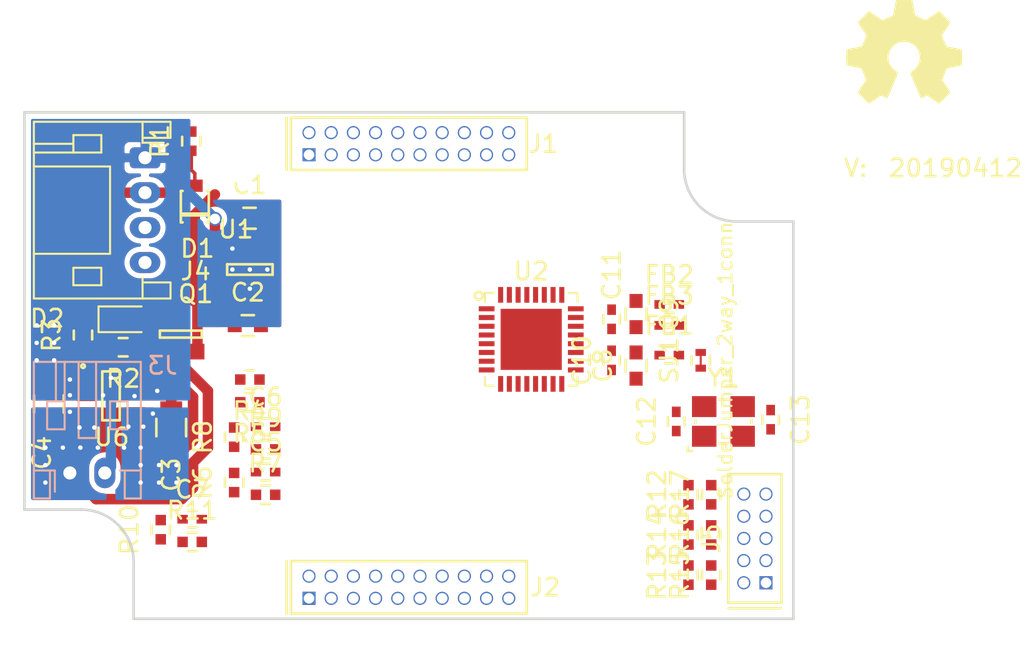
<source format=kicad_pcb>
(kicad_pcb (version 20171130) (host pcbnew 5.1.0-060a0da~80~ubuntu18.04.1)

  (general
    (thickness 1.6)
    (drawings 10)
    (tracks 91)
    (zones 0)
    (modules 50)
    (nets 53)
  )

  (page A4)
  (layers
    (0 F.Cu signal)
    (31 B.Cu signal)
    (32 B.Adhes user)
    (33 F.Adhes user)
    (34 B.Paste user)
    (35 F.Paste user)
    (36 B.SilkS user)
    (37 F.SilkS user)
    (38 B.Mask user)
    (39 F.Mask user)
    (40 Dwgs.User user)
    (41 Cmts.User user)
    (42 Eco1.User user)
    (43 Eco2.User user)
    (44 Edge.Cuts user)
    (45 Margin user)
    (46 B.CrtYd user)
    (47 F.CrtYd user)
    (48 B.Fab user)
    (49 F.Fab user)
  )

  (setup
    (last_trace_width 0.1527)
    (user_trace_width 0.1524)
    (user_trace_width 0.2)
    (user_trace_width 0.3)
    (user_trace_width 0.4)
    (user_trace_width 0.6)
    (user_trace_width 1)
    (user_trace_width 1.5)
    (user_trace_width 2)
    (trace_clearance 0.1527)
    (zone_clearance 0.3)
    (zone_45_only no)
    (trace_min 0.1524)
    (via_size 0.381)
    (via_drill 0.254)
    (via_min_size 0.381)
    (via_min_drill 0.254)
    (user_via 0.45 0.254)
    (user_via 0.6 0.4)
    (user_via 0.8 0.6)
    (user_via 1 0.8)
    (user_via 1.3 1)
    (user_via 1.5 1.2)
    (user_via 1.7 1.4)
    (user_via 1.9 1.6)
    (uvia_size 0.6)
    (uvia_drill 0.3)
    (uvias_allowed no)
    (uvia_min_size 0.381)
    (uvia_min_drill 0.254)
    (edge_width 0.15)
    (segment_width 0.2)
    (pcb_text_width 0.3)
    (pcb_text_size 1.5 1.5)
    (mod_edge_width 0.15)
    (mod_text_size 1 1)
    (mod_text_width 0.15)
    (pad_size 0.65 1.05)
    (pad_drill 0)
    (pad_to_mask_clearance 0.05)
    (solder_mask_min_width 0.1)
    (pad_to_paste_clearance_ratio -0.05)
    (aux_axis_origin 0 0)
    (visible_elements FFFFFF7F)
    (pcbplotparams
      (layerselection 0x00030_80000001)
      (usegerberextensions false)
      (usegerberattributes false)
      (usegerberadvancedattributes false)
      (creategerberjobfile false)
      (excludeedgelayer true)
      (linewidth 0.100000)
      (plotframeref false)
      (viasonmask false)
      (mode 1)
      (useauxorigin false)
      (hpglpennumber 1)
      (hpglpenspeed 20)
      (hpglpendiameter 15.000000)
      (psnegative false)
      (psa4output false)
      (plotreference true)
      (plotvalue true)
      (plotinvisibletext false)
      (padsonsilk false)
      (subtractmaskfromsilk false)
      (outputformat 1)
      (mirror false)
      (drillshape 1)
      (scaleselection 1)
      (outputdirectory ""))
  )

  (net 0 "")
  (net 1 "Net-(D2-Pad1)")
  (net 2 "Net-(R2-Pad1)")
  (net 3 "Net-(R3-Pad1)")
  (net 4 /VIN)
  (net 5 /VBUS)
  (net 6 /VSS)
  (net 7 /VDD)
  (net 8 /VBAT)
  (net 9 "Net-(J4-Pad3)")
  (net 10 "Net-(J4-Pad4)")
  (net 11 /ADC_VIN)
  (net 12 /ADC_VBUS)
  (net 13 /ADC_VBAT)
  (net 14 "Net-(C10-Pad1)")
  (net 15 "Net-(C11-Pad2)")
  (net 16 "Net-(C11-Pad1)")
  (net 17 /PIO0_9)
  (net 18 /PIO0_8)
  (net 19 "Net-(FB1-Pad2)")
  (net 20 /IO01_SCL)
  (net 21 /IO00_SDA)
  (net 22 "Net-(J5-Pad10)")
  (net 23 "Net-(J5-Pad8)")
  (net 24 "Net-(J5-Pad7)")
  (net 25 "Net-(J5-Pad6)")
  (net 26 "Net-(J5-Pad4)")
  (net 27 "Net-(J5-Pad2)")
  (net 28 /RESET)
  (net 29 /PIO0_2)
  (net 30 /PIO0_3)
  (net 31 /PIO0_28)
  (net 32 /PIO0_13)
  (net 33 /PIO0_12)
  (net 34 /PIO0_4)
  (net 35 /PIO0_0)
  (net 36 /PIO0_6)
  (net 37 /PIO0_7)
  (net 38 /PIO0_1)
  (net 39 /PIO0_15)
  (net 40 /PIO0_24)
  (net 41 /PIO0_25)
  (net 42 /PIO0_16)
  (net 43 /PIO0_27)
  (net 44 /PIO0_26)
  (net 45 /PIO0_17)
  (net 46 /PIO0_18)
  (net 47 /PIO0_19)
  (net 48 /PIO0_20)
  (net 49 /PIO0_14)
  (net 50 /PIO0_23)
  (net 51 /PIO0_22)
  (net 52 /PIO0_21)

  (net_class Default "This is the default net class."
    (clearance 0.1527)
    (trace_width 0.1527)
    (via_dia 0.381)
    (via_drill 0.254)
    (uvia_dia 0.6)
    (uvia_drill 0.3)
    (add_net /ADC_VBAT)
    (add_net /ADC_VBUS)
    (add_net /ADC_VIN)
    (add_net /IO00_SDA)
    (add_net /IO01_SCL)
    (add_net /PIO0_0)
    (add_net /PIO0_1)
    (add_net /PIO0_12)
    (add_net /PIO0_13)
    (add_net /PIO0_14)
    (add_net /PIO0_15)
    (add_net /PIO0_16)
    (add_net /PIO0_17)
    (add_net /PIO0_18)
    (add_net /PIO0_19)
    (add_net /PIO0_2)
    (add_net /PIO0_20)
    (add_net /PIO0_21)
    (add_net /PIO0_22)
    (add_net /PIO0_23)
    (add_net /PIO0_24)
    (add_net /PIO0_25)
    (add_net /PIO0_26)
    (add_net /PIO0_27)
    (add_net /PIO0_28)
    (add_net /PIO0_3)
    (add_net /PIO0_4)
    (add_net /PIO0_6)
    (add_net /PIO0_7)
    (add_net /PIO0_8)
    (add_net /PIO0_9)
    (add_net /RESET)
    (add_net /VBAT)
    (add_net /VBUS)
    (add_net /VDD)
    (add_net /VIN)
    (add_net /VSS)
    (add_net "Net-(C10-Pad1)")
    (add_net "Net-(C11-Pad1)")
    (add_net "Net-(C11-Pad2)")
    (add_net "Net-(D2-Pad1)")
    (add_net "Net-(FB1-Pad2)")
    (add_net "Net-(J4-Pad3)")
    (add_net "Net-(J4-Pad4)")
    (add_net "Net-(J5-Pad10)")
    (add_net "Net-(J5-Pad2)")
    (add_net "Net-(J5-Pad4)")
    (add_net "Net-(J5-Pad6)")
    (add_net "Net-(J5-Pad7)")
    (add_net "Net-(J5-Pad8)")
    (add_net "Net-(R2-Pad1)")
    (add_net "Net-(R3-Pad1)")
  )

  (module SquantorCrystal:Crystal_3225_4 (layer F.Cu) (tedit 5BF6F546) (tstamp 5CB0BC61)
    (at 78.3 166)
    (path /5BE1D5EF)
    (attr smd)
    (fp_text reference Y1 (at 0 -2.5) (layer F.SilkS)
      (effects (font (size 1 1) (thickness 0.15)))
    )
    (fp_text value 12MHz (at 0 2.5) (layer F.Fab)
      (effects (font (size 1 1) (thickness 0.15)))
    )
    (fp_line (start -2.05 1.45) (end -2.05 1.7) (layer F.SilkS) (width 0.15))
    (fp_line (start -2.05 1.7) (end -1.8 1.7) (layer F.SilkS) (width 0.15))
    (fp_line (start -2.05 1.7) (end -2.05 -1.7) (layer F.CrtYd) (width 0.05))
    (fp_line (start 2.05 1.7) (end -2.05 1.7) (layer F.CrtYd) (width 0.05))
    (fp_line (start 2.05 -1.7) (end 2.05 1.7) (layer F.CrtYd) (width 0.05))
    (fp_line (start -2.05 -1.7) (end 2.05 -1.7) (layer F.CrtYd) (width 0.05))
    (fp_line (start -1.6 1.25) (end -1.6 -1.25) (layer F.Fab) (width 0.15))
    (fp_line (start 1.6 1.25) (end -1.6 1.25) (layer F.Fab) (width 0.15))
    (fp_line (start 1.6 -1.25) (end 1.6 1.25) (layer F.Fab) (width 0.15))
    (fp_line (start -1.6 -1.25) (end 1.6 -1.25) (layer F.Fab) (width 0.15))
    (fp_line (start -0.25 1.25) (end 0.25 1.25) (layer F.SilkS) (width 0.15))
    (fp_line (start 1.6 0.1) (end 1.6 -0.1) (layer F.SilkS) (width 0.15))
    (fp_line (start -0.25 -1.25) (end 0.25 -1.25) (layer F.SilkS) (width 0.15))
    (fp_line (start -1.6 -0.1) (end -1.6 0.1) (layer F.SilkS) (width 0.15))
    (pad 1 smd rect (at -1.1 0.85) (size 1.4 1.2) (layers F.Cu F.Paste F.Mask)
      (net 17 /PIO0_9))
    (pad 2 smd rect (at 1.1 0.85) (size 1.4 1.2) (layers F.Cu F.Paste F.Mask)
      (net 6 /VSS))
    (pad 3 smd rect (at 1.1 -0.85) (size 1.4 1.2) (layers F.Cu F.Paste F.Mask)
      (net 18 /PIO0_8))
    (pad 4 smd rect (at -1.1 -0.85) (size 1.4 1.2) (layers F.Cu F.Paste F.Mask)
      (net 6 /VSS))
  )

  (module SquantorIC:SOT617-3_alt_paste (layer F.Cu) (tedit 5C8970EE) (tstamp 5CB0BC31)
    (at 67.3 161.3)
    (descr "<li><b>SOT617-3</b><hr>\n<ul><li>HVQFN32: plastic thermal enhanced very thin quad flat package; no leads; 32 terminals; body 5 x 5 x 0.85 mm\n<li><u>JEDEC</u>: MO-220\n<li><u>IEC</u>: --\n<li><u>JEITA</u>: -- </ul>")
    (path /5BD2C0FE)
    (fp_text reference U2 (at 0 -3.9) (layer F.SilkS)
      (effects (font (size 1 1) (thickness 0.15)))
    )
    (fp_text value LPC824M201JHI33 (at 0 4.1) (layer F.Fab)
      (effects (font (size 1 1) (thickness 0.15)))
    )
    (fp_line (start -2.15 -3) (end -2.15 -3.25) (layer F.CrtYd) (width 0.05))
    (fp_line (start -3 -3) (end -2.15 -3) (layer F.CrtYd) (width 0.05))
    (fp_line (start -3 -2.15) (end -3 -3) (layer F.CrtYd) (width 0.05))
    (fp_line (start -3.25 -2.15) (end -3 -2.15) (layer F.CrtYd) (width 0.05))
    (fp_line (start -3.25 2.15) (end -3.25 -2.15) (layer F.CrtYd) (width 0.05))
    (fp_line (start -3 2.15) (end -3.25 2.15) (layer F.CrtYd) (width 0.05))
    (fp_line (start -3 3) (end -3 2.15) (layer F.CrtYd) (width 0.05))
    (fp_line (start -2.15 3) (end -3 3) (layer F.CrtYd) (width 0.05))
    (fp_line (start -2.15 3.25) (end -2.15 3) (layer F.CrtYd) (width 0.05))
    (fp_line (start 2.15 3.25) (end -2.15 3.25) (layer F.CrtYd) (width 0.05))
    (fp_line (start 2.15 3) (end 2.15 3.25) (layer F.CrtYd) (width 0.05))
    (fp_line (start 3 3) (end 2.15 3) (layer F.CrtYd) (width 0.05))
    (fp_line (start 3 2.15) (end 3 3) (layer F.CrtYd) (width 0.05))
    (fp_line (start 3.25 2.15) (end 3 2.15) (layer F.CrtYd) (width 0.05))
    (fp_line (start 3.25 -2.15) (end 3.25 2.15) (layer F.CrtYd) (width 0.05))
    (fp_line (start 3 -2.15) (end 3.25 -2.15) (layer F.CrtYd) (width 0.05))
    (fp_line (start 3 -3) (end 3 -2.15) (layer F.CrtYd) (width 0.05))
    (fp_line (start 2.15 -3) (end 3 -3) (layer F.CrtYd) (width 0.05))
    (fp_line (start 2.15 -3.25) (end 2.15 -3) (layer F.CrtYd) (width 0.05))
    (fp_line (start -2.15 -3.25) (end 2.15 -3.25) (layer F.CrtYd) (width 0.05))
    (fp_circle (center -3 -2.5) (end -2.7764 -2.5) (layer F.SilkS) (width 0.15))
    (fp_line (start 2.15 2.65) (end 2.65 2.65) (layer F.SilkS) (width 0.127))
    (fp_line (start 2.15 -2.65) (end 2.65 -2.65) (layer F.SilkS) (width 0.127))
    (fp_line (start 2.65 2.15) (end 2.65 2.65) (layer F.SilkS) (width 0.127))
    (fp_line (start 2.65 -2.65) (end 2.65 -2.15) (layer F.SilkS) (width 0.127))
    (fp_line (start -2.65 2.15) (end -2.65 2.65) (layer F.SilkS) (width 0.127))
    (fp_line (start -2.65 -2.65) (end -2.65 -2.15) (layer F.SilkS) (width 0.127))
    (fp_line (start -2.65 2.65) (end -2.15 2.65) (layer F.SilkS) (width 0.127))
    (fp_line (start -2.65 -2.65) (end -2.15 -2.65) (layer F.SilkS) (width 0.127))
    (pad 33 smd rect (at 0.8 0.8) (size 1 1) (layers F.Cu F.Paste F.Mask)
      (net 6 /VSS))
    (pad 33 smd rect (at -0.8 0.8) (size 1 1) (layers F.Cu F.Paste F.Mask)
      (net 6 /VSS))
    (pad 33 smd rect (at 0.8 -0.8) (size 1 1) (layers F.Cu F.Paste F.Mask)
      (net 6 /VSS))
    (pad 33 smd rect (at -0.8 -0.8) (size 1 1) (layers F.Cu F.Paste F.Mask)
      (net 6 /VSS))
    (pad 33 smd rect (at 0 0) (size 3.5 3.5) (layers F.Cu)
      (net 6 /VSS))
    (pad 8 smd rect (at -2.55 1.75 90) (size 0.29 0.9) (layers F.Cu F.Paste F.Mask)
      (net 21 /IO00_SDA))
    (pad 7 smd rect (at -2.55 1.25 90) (size 0.29 0.9) (layers F.Cu F.Paste F.Mask)
      (net 29 /PIO0_2))
    (pad 6 smd rect (at -2.55 0.75 90) (size 0.29 0.9) (layers F.Cu F.Paste F.Mask)
      (net 30 /PIO0_3))
    (pad 5 smd rect (at -2.55 0.25 90) (size 0.29 0.9) (layers F.Cu F.Paste F.Mask)
      (net 31 /PIO0_28))
    (pad 1 smd rect (at -2.55 -1.75 90) (size 0.29 0.9) (layers F.Cu F.Paste F.Mask)
      (net 32 /PIO0_13))
    (pad 2 smd rect (at -2.55 -1.25 270) (size 0.29 0.9) (layers F.Cu F.Paste F.Mask)
      (net 33 /PIO0_12))
    (pad 3 smd rect (at -2.55 -0.75 90) (size 0.29 0.9) (layers F.Cu F.Paste F.Mask)
      (net 28 /RESET))
    (pad 4 smd rect (at -2.55 -0.25 90) (size 0.29 0.9) (layers F.Cu F.Paste F.Mask)
      (net 34 /PIO0_4))
    (pad 24 smd rect (at 2.55 -1.75 270) (size 0.29 0.9) (layers F.Cu F.Paste F.Mask)
      (net 35 /PIO0_0))
    (pad 23 smd rect (at 2.55 -1.25 270) (size 0.29 0.9) (layers F.Cu F.Paste F.Mask)
      (net 36 /PIO0_6))
    (pad 22 smd rect (at 2.55 -0.75 270) (size 0.29 0.9) (layers F.Cu F.Paste F.Mask)
      (net 37 /PIO0_7))
    (pad 21 smd rect (at 2.55 -0.25 270) (size 0.29 0.9) (layers F.Cu F.Paste F.Mask)
      (net 16 "Net-(C11-Pad1)"))
    (pad 17 smd rect (at 2.55 1.75 270) (size 0.29 0.9) (layers F.Cu F.Paste F.Mask)
      (net 17 /PIO0_9))
    (pad 18 smd rect (at 2.55 1.25 90) (size 0.29 0.9) (layers F.Cu F.Paste F.Mask)
      (net 18 /PIO0_8))
    (pad 19 smd rect (at 2.55 0.75 270) (size 0.29 0.9) (layers F.Cu F.Paste F.Mask)
      (net 14 "Net-(C10-Pad1)"))
    (pad 20 smd rect (at 2.55 0.25 270) (size 0.29 0.9) (layers F.Cu F.Paste F.Mask)
      (net 15 "Net-(C11-Pad2)"))
    (pad 16 smd rect (at 1.75 2.55 180) (size 0.29 0.9) (layers F.Cu F.Paste F.Mask)
      (net 38 /PIO0_1))
    (pad 15 smd rect (at 1.25 2.55 180) (size 0.29 0.9) (layers F.Cu F.Paste F.Mask)
      (net 39 /PIO0_15))
    (pad 14 smd rect (at 0.75 2.55 180) (size 0.29 0.9) (layers F.Cu F.Paste F.Mask)
      (net 40 /PIO0_24))
    (pad 13 smd rect (at 0.25 2.55 180) (size 0.29 0.9) (layers F.Cu F.Paste F.Mask)
      (net 41 /PIO0_25))
    (pad 9 smd rect (at -1.75 2.55 180) (size 0.29 0.9) (layers F.Cu F.Paste F.Mask)
      (net 20 /IO01_SCL))
    (pad 10 smd rect (at -1.25 2.55 180) (size 0.29 0.9) (layers F.Cu F.Paste F.Mask)
      (net 42 /PIO0_16))
    (pad 11 smd rect (at -0.75 2.55 180) (size 0.29 0.9) (layers F.Cu F.Paste F.Mask)
      (net 43 /PIO0_27))
    (pad 12 smd rect (at -0.25 2.55 180) (size 0.29 0.9) (layers F.Cu F.Paste F.Mask)
      (net 44 /PIO0_26))
    (pad 32 smd rect (at -1.75 -2.55) (size 0.29 0.9) (layers F.Cu F.Paste F.Mask)
      (net 45 /PIO0_17))
    (pad 31 smd rect (at -1.25 -2.55) (size 0.29 0.9) (layers F.Cu F.Paste F.Mask)
      (net 46 /PIO0_18))
    (pad 30 smd rect (at -0.75 -2.55) (size 0.29 0.9) (layers F.Cu F.Paste F.Mask)
      (net 47 /PIO0_19))
    (pad 29 smd rect (at -0.25 -2.55) (size 0.29 0.9) (layers F.Cu F.Paste F.Mask)
      (net 48 /PIO0_20))
    (pad 25 smd rect (at 1.75 -2.55) (size 0.29 0.9) (layers F.Cu F.Paste F.Mask)
      (net 49 /PIO0_14))
    (pad 26 smd rect (at 1.25 -2.55) (size 0.29 0.9) (layers F.Cu F.Paste F.Mask)
      (net 50 /PIO0_23))
    (pad 27 smd rect (at 0.75 -2.55) (size 0.29 0.9) (layers F.Cu F.Paste F.Mask)
      (net 51 /PIO0_22))
    (pad 28 smd rect (at 0.25 -2.55) (size 0.29 0.9) (layers F.Cu F.Paste F.Mask)
      (net 52 /PIO0_21))
  )

  (module SquantorSpecial:solder_jumper_2way_conn (layer F.Cu) (tedit 5C9BE3F7) (tstamp 5CB0BBD7)
    (at 77 162.5 90)
    (descr "Resistor SMD 0402, reflow soldering, Vishay (see dcrcw.pdf)")
    (tags "resistor 0402")
    (path /5BDC2411)
    (attr smd)
    (fp_text reference SJ1 (at 0 -1.8 90) (layer F.SilkS)
      (effects (font (size 1 1) (thickness 0.15)))
    )
    (fp_text value SolderJumper_2way_1conn (at 0 1.4 90) (layer F.SilkS)
      (effects (font (size 0.8 0.8) (thickness 0.12)))
    )
    (fp_poly (pts (xy -0.25 -0.05) (xy 0.25 -0.05) (xy 0.25 0.05) (xy -0.25 0.05)) (layer F.Cu) (width 0.01))
    (fp_line (start -0.25 0.525) (end 0.25 0.525) (layer F.SilkS) (width 0.15))
    (fp_line (start 0.25 -0.525) (end -0.25 -0.525) (layer F.SilkS) (width 0.15))
    (fp_line (start 0.95 -0.65) (end 0.95 0.65) (layer F.CrtYd) (width 0.05))
    (fp_line (start -0.95 -0.65) (end -0.95 0.65) (layer F.CrtYd) (width 0.05))
    (fp_line (start -0.95 0.65) (end 0.95 0.65) (layer F.CrtYd) (width 0.05))
    (fp_line (start -0.95 -0.65) (end 0.95 -0.65) (layer F.CrtYd) (width 0.05))
    (fp_line (start -0.5 -0.25) (end 0.5 -0.25) (layer F.Fab) (width 0.1))
    (fp_line (start 0.5 -0.25) (end 0.5 0.25) (layer F.Fab) (width 0.1))
    (fp_line (start 0.5 0.25) (end -0.5 0.25) (layer F.Fab) (width 0.1))
    (fp_line (start -0.5 0.25) (end -0.5 -0.25) (layer F.Fab) (width 0.1))
    (pad 2 smd rect (at 0.45 0 90) (size 0.4 0.6) (layers F.Cu F.Mask)
      (net 19 "Net-(FB1-Pad2)"))
    (pad 1 smd rect (at -0.45 0 90) (size 0.4 0.6) (layers F.Cu F.Mask)
      (net 7 /VDD))
    (model Resistors_SMD.3dshapes/R_0402.wrl
      (at (xyz 0 0 0))
      (scale (xyz 1 1 1))
      (rotate (xyz 0 0 0))
    )
  )

  (module SquantorRcl:R_0402_hand (layer F.Cu) (tedit 5921FEA0) (tstamp 5CB0BBC6)
    (at 77.6 170.2 90)
    (descr "Resistor SMD 0402, reflow soldering, Vishay (see dcrcw.pdf)")
    (tags "resistor 0402")
    (path /5BD34D15)
    (attr smd)
    (fp_text reference R17 (at 0 -1.8 90) (layer F.SilkS)
      (effects (font (size 1 1) (thickness 0.15)))
    )
    (fp_text value 100 (at 0 1.8 90) (layer F.Fab)
      (effects (font (size 1 1) (thickness 0.15)))
    )
    (fp_line (start -0.25 0.525) (end 0.25 0.525) (layer F.SilkS) (width 0.15))
    (fp_line (start 0.25 -0.525) (end -0.25 -0.525) (layer F.SilkS) (width 0.15))
    (fp_line (start 1.15 -0.65) (end 1.15 0.65) (layer F.CrtYd) (width 0.05))
    (fp_line (start -1.15 -0.65) (end -1.15 0.65) (layer F.CrtYd) (width 0.05))
    (fp_line (start -1.15 0.65) (end 1.15 0.65) (layer F.CrtYd) (width 0.05))
    (fp_line (start -1.15 -0.65) (end 1.15 -0.65) (layer F.CrtYd) (width 0.05))
    (fp_line (start -0.5 -0.25) (end 0.5 -0.25) (layer F.Fab) (width 0.1))
    (fp_line (start 0.5 -0.25) (end 0.5 0.25) (layer F.Fab) (width 0.1))
    (fp_line (start 0.5 0.25) (end -0.5 0.25) (layer F.Fab) (width 0.1))
    (fp_line (start -0.5 0.25) (end -0.5 -0.25) (layer F.Fab) (width 0.1))
    (pad 2 smd rect (at 0.55 0 90) (size 0.6 0.6) (layers F.Cu F.Paste F.Mask)
      (net 28 /RESET))
    (pad 1 smd rect (at -0.55 0 90) (size 0.6 0.6) (layers F.Cu F.Paste F.Mask)
      (net 22 "Net-(J5-Pad10)"))
    (model Resistors_SMD.3dshapes/R_0402.wrl
      (at (xyz 0 0 0))
      (scale (xyz 1 1 1))
      (rotate (xyz 0 0 0))
    )
  )

  (module SquantorRcl:R_0402_hand (layer F.Cu) (tedit 5921FEA0) (tstamp 5CB0BBB6)
    (at 77.6 172.5 90)
    (descr "Resistor SMD 0402, reflow soldering, Vishay (see dcrcw.pdf)")
    (tags "resistor 0402")
    (path /5BD3223D)
    (attr smd)
    (fp_text reference R16 (at 0 -1.8 90) (layer F.SilkS)
      (effects (font (size 1 1) (thickness 0.15)))
    )
    (fp_text value 100 (at 0 1.8 90) (layer F.Fab)
      (effects (font (size 1 1) (thickness 0.15)))
    )
    (fp_line (start -0.25 0.525) (end 0.25 0.525) (layer F.SilkS) (width 0.15))
    (fp_line (start 0.25 -0.525) (end -0.25 -0.525) (layer F.SilkS) (width 0.15))
    (fp_line (start 1.15 -0.65) (end 1.15 0.65) (layer F.CrtYd) (width 0.05))
    (fp_line (start -1.15 -0.65) (end -1.15 0.65) (layer F.CrtYd) (width 0.05))
    (fp_line (start -1.15 0.65) (end 1.15 0.65) (layer F.CrtYd) (width 0.05))
    (fp_line (start -1.15 -0.65) (end 1.15 -0.65) (layer F.CrtYd) (width 0.05))
    (fp_line (start -0.5 -0.25) (end 0.5 -0.25) (layer F.Fab) (width 0.1))
    (fp_line (start 0.5 -0.25) (end 0.5 0.25) (layer F.Fab) (width 0.1))
    (fp_line (start 0.5 0.25) (end -0.5 0.25) (layer F.Fab) (width 0.1))
    (fp_line (start -0.5 0.25) (end -0.5 -0.25) (layer F.Fab) (width 0.1))
    (pad 2 smd rect (at 0.55 0 90) (size 0.6 0.6) (layers F.Cu F.Paste F.Mask)
      (net 30 /PIO0_3))
    (pad 1 smd rect (at -0.55 0 90) (size 0.6 0.6) (layers F.Cu F.Paste F.Mask)
      (net 26 "Net-(J5-Pad4)"))
    (model Resistors_SMD.3dshapes/R_0402.wrl
      (at (xyz 0 0 0))
      (scale (xyz 1 1 1))
      (rotate (xyz 0 0 0))
    )
  )

  (module SquantorRcl:R_0402_hand (layer F.Cu) (tedit 5921FEA0) (tstamp 5CB0BBA6)
    (at 77.6 174.8 90)
    (descr "Resistor SMD 0402, reflow soldering, Vishay (see dcrcw.pdf)")
    (tags "resistor 0402")
    (path /5BD32184)
    (attr smd)
    (fp_text reference R15 (at 0 -1.8 90) (layer F.SilkS)
      (effects (font (size 1 1) (thickness 0.15)))
    )
    (fp_text value 100 (at 2.25 0.8 90) (layer F.Fab)
      (effects (font (size 1 1) (thickness 0.15)))
    )
    (fp_line (start -0.25 0.525) (end 0.25 0.525) (layer F.SilkS) (width 0.15))
    (fp_line (start 0.25 -0.525) (end -0.25 -0.525) (layer F.SilkS) (width 0.15))
    (fp_line (start 1.15 -0.65) (end 1.15 0.65) (layer F.CrtYd) (width 0.05))
    (fp_line (start -1.15 -0.65) (end -1.15 0.65) (layer F.CrtYd) (width 0.05))
    (fp_line (start -1.15 0.65) (end 1.15 0.65) (layer F.CrtYd) (width 0.05))
    (fp_line (start -1.15 -0.65) (end 1.15 -0.65) (layer F.CrtYd) (width 0.05))
    (fp_line (start -0.5 -0.25) (end 0.5 -0.25) (layer F.Fab) (width 0.1))
    (fp_line (start 0.5 -0.25) (end 0.5 0.25) (layer F.Fab) (width 0.1))
    (fp_line (start 0.5 0.25) (end -0.5 0.25) (layer F.Fab) (width 0.1))
    (fp_line (start -0.5 0.25) (end -0.5 -0.25) (layer F.Fab) (width 0.1))
    (pad 2 smd rect (at 0.55 0 90) (size 0.6 0.6) (layers F.Cu F.Paste F.Mask)
      (net 29 /PIO0_2))
    (pad 1 smd rect (at -0.55 0 90) (size 0.6 0.6) (layers F.Cu F.Paste F.Mask)
      (net 27 "Net-(J5-Pad2)"))
    (model Resistors_SMD.3dshapes/R_0402.wrl
      (at (xyz 0 0 0))
      (scale (xyz 1 1 1))
      (rotate (xyz 0 0 0))
    )
  )

  (module SquantorRcl:R_0402_hand (layer F.Cu) (tedit 5921FEA0) (tstamp 5CB0BB96)
    (at 76.3 172.5 90)
    (descr "Resistor SMD 0402, reflow soldering, Vishay (see dcrcw.pdf)")
    (tags "resistor 0402")
    (path /5BECCB56)
    (attr smd)
    (fp_text reference R14 (at 0 -1.8 90) (layer F.SilkS)
      (effects (font (size 1 1) (thickness 0.15)))
    )
    (fp_text value 100k (at 0 1.8 90) (layer F.Fab)
      (effects (font (size 1 1) (thickness 0.15)))
    )
    (fp_line (start -0.25 0.525) (end 0.25 0.525) (layer F.SilkS) (width 0.15))
    (fp_line (start 0.25 -0.525) (end -0.25 -0.525) (layer F.SilkS) (width 0.15))
    (fp_line (start 1.15 -0.65) (end 1.15 0.65) (layer F.CrtYd) (width 0.05))
    (fp_line (start -1.15 -0.65) (end -1.15 0.65) (layer F.CrtYd) (width 0.05))
    (fp_line (start -1.15 0.65) (end 1.15 0.65) (layer F.CrtYd) (width 0.05))
    (fp_line (start -1.15 -0.65) (end 1.15 -0.65) (layer F.CrtYd) (width 0.05))
    (fp_line (start -0.5 -0.25) (end 0.5 -0.25) (layer F.Fab) (width 0.1))
    (fp_line (start 0.5 -0.25) (end 0.5 0.25) (layer F.Fab) (width 0.1))
    (fp_line (start 0.5 0.25) (end -0.5 0.25) (layer F.Fab) (width 0.1))
    (fp_line (start -0.5 0.25) (end -0.5 -0.25) (layer F.Fab) (width 0.1))
    (pad 2 smd rect (at 0.55 0 90) (size 0.6 0.6) (layers F.Cu F.Paste F.Mask)
      (net 30 /PIO0_3))
    (pad 1 smd rect (at -0.55 0 90) (size 0.6 0.6) (layers F.Cu F.Paste F.Mask)
      (net 6 /VSS))
    (model Resistors_SMD.3dshapes/R_0402.wrl
      (at (xyz 0 0 0))
      (scale (xyz 1 1 1))
      (rotate (xyz 0 0 0))
    )
  )

  (module SquantorRcl:R_0402_hand (layer F.Cu) (tedit 5921FEA0) (tstamp 5CB0BB86)
    (at 76.3 174.8 90)
    (descr "Resistor SMD 0402, reflow soldering, Vishay (see dcrcw.pdf)")
    (tags "resistor 0402")
    (path /5BECCC51)
    (attr smd)
    (fp_text reference R13 (at 0 -1.8 90) (layer F.SilkS)
      (effects (font (size 1 1) (thickness 0.15)))
    )
    (fp_text value 100k (at 0 1.8 90) (layer F.Fab)
      (effects (font (size 1 1) (thickness 0.15)))
    )
    (fp_line (start -0.25 0.525) (end 0.25 0.525) (layer F.SilkS) (width 0.15))
    (fp_line (start 0.25 -0.525) (end -0.25 -0.525) (layer F.SilkS) (width 0.15))
    (fp_line (start 1.15 -0.65) (end 1.15 0.65) (layer F.CrtYd) (width 0.05))
    (fp_line (start -1.15 -0.65) (end -1.15 0.65) (layer F.CrtYd) (width 0.05))
    (fp_line (start -1.15 0.65) (end 1.15 0.65) (layer F.CrtYd) (width 0.05))
    (fp_line (start -1.15 -0.65) (end 1.15 -0.65) (layer F.CrtYd) (width 0.05))
    (fp_line (start -0.5 -0.25) (end 0.5 -0.25) (layer F.Fab) (width 0.1))
    (fp_line (start 0.5 -0.25) (end 0.5 0.25) (layer F.Fab) (width 0.1))
    (fp_line (start 0.5 0.25) (end -0.5 0.25) (layer F.Fab) (width 0.1))
    (fp_line (start -0.5 0.25) (end -0.5 -0.25) (layer F.Fab) (width 0.1))
    (pad 2 smd rect (at 0.55 0 90) (size 0.6 0.6) (layers F.Cu F.Paste F.Mask)
      (net 29 /PIO0_2))
    (pad 1 smd rect (at -0.55 0 90) (size 0.6 0.6) (layers F.Cu F.Paste F.Mask)
      (net 7 /VDD))
    (model Resistors_SMD.3dshapes/R_0402.wrl
      (at (xyz 0 0 0))
      (scale (xyz 1 1 1))
      (rotate (xyz 0 0 0))
    )
  )

  (module SquantorRcl:R_0402_hand (layer F.Cu) (tedit 5921FEA0) (tstamp 5CB0BB76)
    (at 76.3 170.2 90)
    (descr "Resistor SMD 0402, reflow soldering, Vishay (see dcrcw.pdf)")
    (tags "resistor 0402")
    (path /5BD88002)
    (attr smd)
    (fp_text reference R12 (at 0 -1.8 90) (layer F.SilkS)
      (effects (font (size 1 1) (thickness 0.15)))
    )
    (fp_text value 100K (at 0 1.8 90) (layer F.Fab)
      (effects (font (size 1 1) (thickness 0.15)))
    )
    (fp_line (start -0.25 0.525) (end 0.25 0.525) (layer F.SilkS) (width 0.15))
    (fp_line (start 0.25 -0.525) (end -0.25 -0.525) (layer F.SilkS) (width 0.15))
    (fp_line (start 1.15 -0.65) (end 1.15 0.65) (layer F.CrtYd) (width 0.05))
    (fp_line (start -1.15 -0.65) (end -1.15 0.65) (layer F.CrtYd) (width 0.05))
    (fp_line (start -1.15 0.65) (end 1.15 0.65) (layer F.CrtYd) (width 0.05))
    (fp_line (start -1.15 -0.65) (end 1.15 -0.65) (layer F.CrtYd) (width 0.05))
    (fp_line (start -0.5 -0.25) (end 0.5 -0.25) (layer F.Fab) (width 0.1))
    (fp_line (start 0.5 -0.25) (end 0.5 0.25) (layer F.Fab) (width 0.1))
    (fp_line (start 0.5 0.25) (end -0.5 0.25) (layer F.Fab) (width 0.1))
    (fp_line (start -0.5 0.25) (end -0.5 -0.25) (layer F.Fab) (width 0.1))
    (pad 2 smd rect (at 0.55 0 90) (size 0.6 0.6) (layers F.Cu F.Paste F.Mask)
      (net 28 /RESET))
    (pad 1 smd rect (at -0.55 0 90) (size 0.6 0.6) (layers F.Cu F.Paste F.Mask)
      (net 7 /VDD))
    (model Resistors_SMD.3dshapes/R_0402.wrl
      (at (xyz 0 0 0))
      (scale (xyz 1 1 1))
      (rotate (xyz 0 0 0))
    )
  )

  (module SquantorRcl:R_0402_hand (layer F.Cu) (tedit 5921FEA0) (tstamp 5CB0BB66)
    (at 47.9 172.9)
    (descr "Resistor SMD 0402, reflow soldering, Vishay (see dcrcw.pdf)")
    (tags "resistor 0402")
    (path /5CB8C774)
    (attr smd)
    (fp_text reference R11 (at 0 -1.8) (layer F.SilkS)
      (effects (font (size 1 1) (thickness 0.15)))
    )
    (fp_text value 1M (at 0 1.8) (layer F.Fab)
      (effects (font (size 1 1) (thickness 0.15)))
    )
    (fp_line (start -0.25 0.525) (end 0.25 0.525) (layer F.SilkS) (width 0.15))
    (fp_line (start 0.25 -0.525) (end -0.25 -0.525) (layer F.SilkS) (width 0.15))
    (fp_line (start 1.15 -0.65) (end 1.15 0.65) (layer F.CrtYd) (width 0.05))
    (fp_line (start -1.15 -0.65) (end -1.15 0.65) (layer F.CrtYd) (width 0.05))
    (fp_line (start -1.15 0.65) (end 1.15 0.65) (layer F.CrtYd) (width 0.05))
    (fp_line (start -1.15 -0.65) (end 1.15 -0.65) (layer F.CrtYd) (width 0.05))
    (fp_line (start -0.5 -0.25) (end 0.5 -0.25) (layer F.Fab) (width 0.1))
    (fp_line (start 0.5 -0.25) (end 0.5 0.25) (layer F.Fab) (width 0.1))
    (fp_line (start 0.5 0.25) (end -0.5 0.25) (layer F.Fab) (width 0.1))
    (fp_line (start -0.5 0.25) (end -0.5 -0.25) (layer F.Fab) (width 0.1))
    (pad 2 smd rect (at 0.55 0) (size 0.6 0.6) (layers F.Cu F.Paste F.Mask)
      (net 6 /VSS))
    (pad 1 smd rect (at -0.55 0) (size 0.6 0.6) (layers F.Cu F.Paste F.Mask)
      (net 13 /ADC_VBAT))
    (model Resistors_SMD.3dshapes/R_0402.wrl
      (at (xyz 0 0 0))
      (scale (xyz 1 1 1))
      (rotate (xyz 0 0 0))
    )
  )

  (module SquantorRcl:R_0402_hand (layer F.Cu) (tedit 5921FEA0) (tstamp 5CB0BB56)
    (at 46.1 172.2 90)
    (descr "Resistor SMD 0402, reflow soldering, Vishay (see dcrcw.pdf)")
    (tags "resistor 0402")
    (path /5CB8BAAF)
    (attr smd)
    (fp_text reference R10 (at 0 -1.8 90) (layer F.SilkS)
      (effects (font (size 1 1) (thickness 0.15)))
    )
    (fp_text value 1M (at 0 1.8 90) (layer F.Fab)
      (effects (font (size 1 1) (thickness 0.15)))
    )
    (fp_line (start -0.25 0.525) (end 0.25 0.525) (layer F.SilkS) (width 0.15))
    (fp_line (start 0.25 -0.525) (end -0.25 -0.525) (layer F.SilkS) (width 0.15))
    (fp_line (start 1.15 -0.65) (end 1.15 0.65) (layer F.CrtYd) (width 0.05))
    (fp_line (start -1.15 -0.65) (end -1.15 0.65) (layer F.CrtYd) (width 0.05))
    (fp_line (start -1.15 0.65) (end 1.15 0.65) (layer F.CrtYd) (width 0.05))
    (fp_line (start -1.15 -0.65) (end 1.15 -0.65) (layer F.CrtYd) (width 0.05))
    (fp_line (start -0.5 -0.25) (end 0.5 -0.25) (layer F.Fab) (width 0.1))
    (fp_line (start 0.5 -0.25) (end 0.5 0.25) (layer F.Fab) (width 0.1))
    (fp_line (start 0.5 0.25) (end -0.5 0.25) (layer F.Fab) (width 0.1))
    (fp_line (start -0.5 0.25) (end -0.5 -0.25) (layer F.Fab) (width 0.1))
    (pad 2 smd rect (at 0.55 0 90) (size 0.6 0.6) (layers F.Cu F.Paste F.Mask)
      (net 13 /ADC_VBAT))
    (pad 1 smd rect (at -0.55 0 90) (size 0.6 0.6) (layers F.Cu F.Paste F.Mask)
      (net 8 /VBAT))
    (model Resistors_SMD.3dshapes/R_0402.wrl
      (at (xyz 0 0 0))
      (scale (xyz 1 1 1))
      (rotate (xyz 0 0 0))
    )
  )

  (module SquantorRcl:R_0402_hand (layer F.Cu) (tedit 5921FEA0) (tstamp 5CB0BB46)
    (at 52.1 167.6)
    (descr "Resistor SMD 0402, reflow soldering, Vishay (see dcrcw.pdf)")
    (tags "resistor 0402")
    (path /5CB9FC88)
    (attr smd)
    (fp_text reference R9 (at 0 -1.8) (layer F.SilkS)
      (effects (font (size 1 1) (thickness 0.15)))
    )
    (fp_text value 1M (at 0 1.8) (layer F.Fab)
      (effects (font (size 1 1) (thickness 0.15)))
    )
    (fp_line (start -0.25 0.525) (end 0.25 0.525) (layer F.SilkS) (width 0.15))
    (fp_line (start 0.25 -0.525) (end -0.25 -0.525) (layer F.SilkS) (width 0.15))
    (fp_line (start 1.15 -0.65) (end 1.15 0.65) (layer F.CrtYd) (width 0.05))
    (fp_line (start -1.15 -0.65) (end -1.15 0.65) (layer F.CrtYd) (width 0.05))
    (fp_line (start -1.15 0.65) (end 1.15 0.65) (layer F.CrtYd) (width 0.05))
    (fp_line (start -1.15 -0.65) (end 1.15 -0.65) (layer F.CrtYd) (width 0.05))
    (fp_line (start -0.5 -0.25) (end 0.5 -0.25) (layer F.Fab) (width 0.1))
    (fp_line (start 0.5 -0.25) (end 0.5 0.25) (layer F.Fab) (width 0.1))
    (fp_line (start 0.5 0.25) (end -0.5 0.25) (layer F.Fab) (width 0.1))
    (fp_line (start -0.5 0.25) (end -0.5 -0.25) (layer F.Fab) (width 0.1))
    (pad 2 smd rect (at 0.55 0) (size 0.6 0.6) (layers F.Cu F.Paste F.Mask)
      (net 6 /VSS))
    (pad 1 smd rect (at -0.55 0) (size 0.6 0.6) (layers F.Cu F.Paste F.Mask)
      (net 12 /ADC_VBUS))
    (model Resistors_SMD.3dshapes/R_0402.wrl
      (at (xyz 0 0 0))
      (scale (xyz 1 1 1))
      (rotate (xyz 0 0 0))
    )
  )

  (module SquantorRcl:R_0402_hand (layer F.Cu) (tedit 5921FEA0) (tstamp 5CB0BB36)
    (at 50.3 166.9 90)
    (descr "Resistor SMD 0402, reflow soldering, Vishay (see dcrcw.pdf)")
    (tags "resistor 0402")
    (path /5CB9FC82)
    (attr smd)
    (fp_text reference R8 (at 0 -1.8 90) (layer F.SilkS)
      (effects (font (size 1 1) (thickness 0.15)))
    )
    (fp_text value 1M (at 0 1.8 90) (layer F.Fab)
      (effects (font (size 1 1) (thickness 0.15)))
    )
    (fp_line (start -0.25 0.525) (end 0.25 0.525) (layer F.SilkS) (width 0.15))
    (fp_line (start 0.25 -0.525) (end -0.25 -0.525) (layer F.SilkS) (width 0.15))
    (fp_line (start 1.15 -0.65) (end 1.15 0.65) (layer F.CrtYd) (width 0.05))
    (fp_line (start -1.15 -0.65) (end -1.15 0.65) (layer F.CrtYd) (width 0.05))
    (fp_line (start -1.15 0.65) (end 1.15 0.65) (layer F.CrtYd) (width 0.05))
    (fp_line (start -1.15 -0.65) (end 1.15 -0.65) (layer F.CrtYd) (width 0.05))
    (fp_line (start -0.5 -0.25) (end 0.5 -0.25) (layer F.Fab) (width 0.1))
    (fp_line (start 0.5 -0.25) (end 0.5 0.25) (layer F.Fab) (width 0.1))
    (fp_line (start 0.5 0.25) (end -0.5 0.25) (layer F.Fab) (width 0.1))
    (fp_line (start -0.5 0.25) (end -0.5 -0.25) (layer F.Fab) (width 0.1))
    (pad 2 smd rect (at 0.55 0 90) (size 0.6 0.6) (layers F.Cu F.Paste F.Mask)
      (net 12 /ADC_VBUS))
    (pad 1 smd rect (at -0.55 0 90) (size 0.6 0.6) (layers F.Cu F.Paste F.Mask)
      (net 5 /VBUS))
    (model Resistors_SMD.3dshapes/R_0402.wrl
      (at (xyz 0 0 0))
      (scale (xyz 1 1 1))
      (rotate (xyz 0 0 0))
    )
  )

  (module SquantorRcl:R_0402_hand (layer F.Cu) (tedit 5921FEA0) (tstamp 5CB0BB26)
    (at 52.1 170.2)
    (descr "Resistor SMD 0402, reflow soldering, Vishay (see dcrcw.pdf)")
    (tags "resistor 0402")
    (path /5CBE5B25)
    (attr smd)
    (fp_text reference R7 (at 0 -1.8) (layer F.SilkS)
      (effects (font (size 1 1) (thickness 0.15)))
    )
    (fp_text value 1M (at 0 1.8) (layer F.Fab)
      (effects (font (size 1 1) (thickness 0.15)))
    )
    (fp_line (start -0.25 0.525) (end 0.25 0.525) (layer F.SilkS) (width 0.15))
    (fp_line (start 0.25 -0.525) (end -0.25 -0.525) (layer F.SilkS) (width 0.15))
    (fp_line (start 1.15 -0.65) (end 1.15 0.65) (layer F.CrtYd) (width 0.05))
    (fp_line (start -1.15 -0.65) (end -1.15 0.65) (layer F.CrtYd) (width 0.05))
    (fp_line (start -1.15 0.65) (end 1.15 0.65) (layer F.CrtYd) (width 0.05))
    (fp_line (start -1.15 -0.65) (end 1.15 -0.65) (layer F.CrtYd) (width 0.05))
    (fp_line (start -0.5 -0.25) (end 0.5 -0.25) (layer F.Fab) (width 0.1))
    (fp_line (start 0.5 -0.25) (end 0.5 0.25) (layer F.Fab) (width 0.1))
    (fp_line (start 0.5 0.25) (end -0.5 0.25) (layer F.Fab) (width 0.1))
    (fp_line (start -0.5 0.25) (end -0.5 -0.25) (layer F.Fab) (width 0.1))
    (pad 2 smd rect (at 0.55 0) (size 0.6 0.6) (layers F.Cu F.Paste F.Mask)
      (net 6 /VSS))
    (pad 1 smd rect (at -0.55 0) (size 0.6 0.6) (layers F.Cu F.Paste F.Mask)
      (net 11 /ADC_VIN))
    (model Resistors_SMD.3dshapes/R_0402.wrl
      (at (xyz 0 0 0))
      (scale (xyz 1 1 1))
      (rotate (xyz 0 0 0))
    )
  )

  (module SquantorRcl:R_0402_hand (layer F.Cu) (tedit 5921FEA0) (tstamp 5CB0BB16)
    (at 50.3 169.5 90)
    (descr "Resistor SMD 0402, reflow soldering, Vishay (see dcrcw.pdf)")
    (tags "resistor 0402")
    (path /5CBE5B1B)
    (attr smd)
    (fp_text reference R6 (at 0 -1.8 90) (layer F.SilkS)
      (effects (font (size 1 1) (thickness 0.15)))
    )
    (fp_text value 1M (at 0 1.8 90) (layer F.Fab)
      (effects (font (size 1 1) (thickness 0.15)))
    )
    (fp_line (start -0.25 0.525) (end 0.25 0.525) (layer F.SilkS) (width 0.15))
    (fp_line (start 0.25 -0.525) (end -0.25 -0.525) (layer F.SilkS) (width 0.15))
    (fp_line (start 1.15 -0.65) (end 1.15 0.65) (layer F.CrtYd) (width 0.05))
    (fp_line (start -1.15 -0.65) (end -1.15 0.65) (layer F.CrtYd) (width 0.05))
    (fp_line (start -1.15 0.65) (end 1.15 0.65) (layer F.CrtYd) (width 0.05))
    (fp_line (start -1.15 -0.65) (end 1.15 -0.65) (layer F.CrtYd) (width 0.05))
    (fp_line (start -0.5 -0.25) (end 0.5 -0.25) (layer F.Fab) (width 0.1))
    (fp_line (start 0.5 -0.25) (end 0.5 0.25) (layer F.Fab) (width 0.1))
    (fp_line (start 0.5 0.25) (end -0.5 0.25) (layer F.Fab) (width 0.1))
    (fp_line (start -0.5 0.25) (end -0.5 -0.25) (layer F.Fab) (width 0.1))
    (pad 2 smd rect (at 0.55 0 90) (size 0.6 0.6) (layers F.Cu F.Paste F.Mask)
      (net 11 /ADC_VIN))
    (pad 1 smd rect (at -0.55 0 90) (size 0.6 0.6) (layers F.Cu F.Paste F.Mask)
      (net 4 /VIN))
    (model Resistors_SMD.3dshapes/R_0402.wrl
      (at (xyz 0 0 0))
      (scale (xyz 1 1 1))
      (rotate (xyz 0 0 0))
    )
  )

  (module SquantorLabels:Label_version (layer F.Cu) (tedit 5B5A1E49) (tstamp 5CB0BA5C)
    (at 90.774999 151.594999)
    (path /5CB0BDFD)
    (fp_text reference N2 (at 0 1.4) (layer F.Fab) hide
      (effects (font (size 1 1) (thickness 0.15)))
    )
    (fp_text value 20190412 (at 0.8 -0.1) (layer F.SilkS)
      (effects (font (size 1 1) (thickness 0.15)))
    )
    (fp_text user V: (at -4.9 -0.1) (layer F.SilkS)
      (effects (font (size 1 1) (thickness 0.15)))
    )
  )

  (module Symbol:OSHW-Symbol_6.7x6mm_SilkScreen (layer F.Cu) (tedit 0) (tstamp 5CB0BA57)
    (at 88.632036 144.845693)
    (descr "Open Source Hardware Symbol")
    (tags "Logo Symbol OSHW")
    (path /5CB0BDFE)
    (attr virtual)
    (fp_text reference N1 (at 0 0) (layer F.SilkS) hide
      (effects (font (size 1 1) (thickness 0.15)))
    )
    (fp_text value OHWLOGO (at 0.75 0) (layer F.Fab) hide
      (effects (font (size 1 1) (thickness 0.15)))
    )
    (fp_poly (pts (xy 0.555814 -2.531069) (xy 0.639635 -2.086445) (xy 0.94892 -1.958947) (xy 1.258206 -1.831449)
      (xy 1.629246 -2.083754) (xy 1.733157 -2.154004) (xy 1.827087 -2.216728) (xy 1.906652 -2.269062)
      (xy 1.96747 -2.308143) (xy 2.005157 -2.331107) (xy 2.015421 -2.336058) (xy 2.03391 -2.323324)
      (xy 2.07342 -2.288118) (xy 2.129522 -2.234938) (xy 2.197787 -2.168282) (xy 2.273786 -2.092646)
      (xy 2.353092 -2.012528) (xy 2.431275 -1.932426) (xy 2.503907 -1.856836) (xy 2.566559 -1.790255)
      (xy 2.614803 -1.737182) (xy 2.64421 -1.702113) (xy 2.651241 -1.690377) (xy 2.641123 -1.66874)
      (xy 2.612759 -1.621338) (xy 2.569129 -1.552807) (xy 2.513218 -1.467785) (xy 2.448006 -1.370907)
      (xy 2.410219 -1.31565) (xy 2.341343 -1.214752) (xy 2.28014 -1.123701) (xy 2.229578 -1.04703)
      (xy 2.192628 -0.989272) (xy 2.172258 -0.954957) (xy 2.169197 -0.947746) (xy 2.176136 -0.927252)
      (xy 2.195051 -0.879487) (xy 2.223087 -0.811168) (xy 2.257391 -0.729011) (xy 2.295109 -0.63973)
      (xy 2.333387 -0.550042) (xy 2.36937 -0.466662) (xy 2.400206 -0.396306) (xy 2.423039 -0.34569)
      (xy 2.435017 -0.321529) (xy 2.435724 -0.320578) (xy 2.454531 -0.315964) (xy 2.504618 -0.305672)
      (xy 2.580793 -0.290713) (xy 2.677865 -0.272099) (xy 2.790643 -0.250841) (xy 2.856442 -0.238582)
      (xy 2.97695 -0.215638) (xy 3.085797 -0.193805) (xy 3.177476 -0.174278) (xy 3.246481 -0.158252)
      (xy 3.287304 -0.146921) (xy 3.295511 -0.143326) (xy 3.303548 -0.118994) (xy 3.310033 -0.064041)
      (xy 3.31497 0.015108) (xy 3.318364 0.112026) (xy 3.320218 0.220287) (xy 3.320538 0.333465)
      (xy 3.319327 0.445135) (xy 3.31659 0.548868) (xy 3.312331 0.638241) (xy 3.306555 0.706826)
      (xy 3.299267 0.748197) (xy 3.294895 0.75681) (xy 3.268764 0.767133) (xy 3.213393 0.781892)
      (xy 3.136107 0.799352) (xy 3.04423 0.81778) (xy 3.012158 0.823741) (xy 2.857524 0.852066)
      (xy 2.735375 0.874876) (xy 2.641673 0.89308) (xy 2.572384 0.907583) (xy 2.523471 0.919292)
      (xy 2.490897 0.929115) (xy 2.470628 0.937956) (xy 2.458626 0.946724) (xy 2.456947 0.948457)
      (xy 2.440184 0.976371) (xy 2.414614 1.030695) (xy 2.382788 1.104777) (xy 2.34726 1.191965)
      (xy 2.310583 1.285608) (xy 2.275311 1.379052) (xy 2.243996 1.465647) (xy 2.219193 1.53874)
      (xy 2.203454 1.591678) (xy 2.199332 1.617811) (xy 2.199676 1.618726) (xy 2.213641 1.640086)
      (xy 2.245322 1.687084) (xy 2.291391 1.754827) (xy 2.348518 1.838423) (xy 2.413373 1.932982)
      (xy 2.431843 1.959854) (xy 2.497699 2.057275) (xy 2.55565 2.146163) (xy 2.602538 2.221412)
      (xy 2.635207 2.27792) (xy 2.6505 2.310581) (xy 2.651241 2.314593) (xy 2.638392 2.335684)
      (xy 2.602888 2.377464) (xy 2.549293 2.435445) (xy 2.482171 2.505135) (xy 2.406087 2.582045)
      (xy 2.325604 2.661683) (xy 2.245287 2.739561) (xy 2.169699 2.811186) (xy 2.103405 2.87207)
      (xy 2.050969 2.917721) (xy 2.016955 2.94365) (xy 2.007545 2.947883) (xy 1.985643 2.937912)
      (xy 1.9408 2.91102) (xy 1.880321 2.871736) (xy 1.833789 2.840117) (xy 1.749475 2.782098)
      (xy 1.649626 2.713784) (xy 1.549473 2.645579) (xy 1.495627 2.609075) (xy 1.313371 2.4858)
      (xy 1.160381 2.56852) (xy 1.090682 2.604759) (xy 1.031414 2.632926) (xy 0.991311 2.648991)
      (xy 0.981103 2.651226) (xy 0.968829 2.634722) (xy 0.944613 2.588082) (xy 0.910263 2.515609)
      (xy 0.867588 2.421606) (xy 0.818394 2.310374) (xy 0.76449 2.186215) (xy 0.707684 2.053432)
      (xy 0.649782 1.916327) (xy 0.592593 1.779202) (xy 0.537924 1.646358) (xy 0.487584 1.522098)
      (xy 0.44338 1.410725) (xy 0.407119 1.316539) (xy 0.380609 1.243844) (xy 0.365658 1.196941)
      (xy 0.363254 1.180833) (xy 0.382311 1.160286) (xy 0.424036 1.126933) (xy 0.479706 1.087702)
      (xy 0.484378 1.084599) (xy 0.628264 0.969423) (xy 0.744283 0.835053) (xy 0.83143 0.685784)
      (xy 0.888699 0.525913) (xy 0.915086 0.359737) (xy 0.909585 0.191552) (xy 0.87119 0.025655)
      (xy 0.798895 -0.133658) (xy 0.777626 -0.168513) (xy 0.666996 -0.309263) (xy 0.536302 -0.422286)
      (xy 0.390064 -0.506997) (xy 0.232808 -0.562806) (xy 0.069057 -0.589126) (xy -0.096667 -0.58537)
      (xy -0.259838 -0.55095) (xy -0.415935 -0.485277) (xy -0.560433 -0.387765) (xy -0.605131 -0.348187)
      (xy -0.718888 -0.224297) (xy -0.801782 -0.093876) (xy -0.858644 0.052315) (xy -0.890313 0.197088)
      (xy -0.898131 0.35986) (xy -0.872062 0.52344) (xy -0.814755 0.682298) (xy -0.728856 0.830906)
      (xy -0.617014 0.963735) (xy -0.481877 1.075256) (xy -0.464117 1.087011) (xy -0.40785 1.125508)
      (xy -0.365077 1.158863) (xy -0.344628 1.18016) (xy -0.344331 1.180833) (xy -0.348721 1.203871)
      (xy -0.366124 1.256157) (xy -0.394732 1.33339) (xy -0.432735 1.431268) (xy -0.478326 1.545491)
      (xy -0.529697 1.671758) (xy -0.585038 1.805767) (xy -0.642542 1.943218) (xy -0.700399 2.079808)
      (xy -0.756802 2.211237) (xy -0.809942 2.333205) (xy -0.85801 2.441409) (xy -0.899199 2.531549)
      (xy -0.931699 2.599323) (xy -0.953703 2.64043) (xy -0.962564 2.651226) (xy -0.98964 2.642819)
      (xy -1.040303 2.620272) (xy -1.105817 2.587613) (xy -1.141841 2.56852) (xy -1.294832 2.4858)
      (xy -1.477088 2.609075) (xy -1.570125 2.672228) (xy -1.671985 2.741727) (xy -1.767438 2.807165)
      (xy -1.81525 2.840117) (xy -1.882495 2.885273) (xy -1.939436 2.921057) (xy -1.978646 2.942938)
      (xy -1.991381 2.947563) (xy -2.009917 2.935085) (xy -2.050941 2.900252) (xy -2.110475 2.846678)
      (xy -2.184542 2.777983) (xy -2.269165 2.697781) (xy -2.322685 2.646286) (xy -2.416319 2.554286)
      (xy -2.497241 2.471999) (xy -2.562177 2.402945) (xy -2.607858 2.350644) (xy -2.631011 2.318616)
      (xy -2.633232 2.312116) (xy -2.622924 2.287394) (xy -2.594439 2.237405) (xy -2.550937 2.167212)
      (xy -2.495577 2.081875) (xy -2.43152 1.986456) (xy -2.413303 1.959854) (xy -2.346927 1.863167)
      (xy -2.287378 1.776117) (xy -2.237984 1.703595) (xy -2.202075 1.650493) (xy -2.182981 1.621703)
      (xy -2.181136 1.618726) (xy -2.183895 1.595782) (xy -2.198538 1.545336) (xy -2.222513 1.474041)
      (xy -2.253266 1.388547) (xy -2.288244 1.295507) (xy -2.324893 1.201574) (xy -2.360661 1.113399)
      (xy -2.392994 1.037634) (xy -2.419338 0.980931) (xy -2.437142 0.949943) (xy -2.438407 0.948457)
      (xy -2.449294 0.939601) (xy -2.467682 0.930843) (xy -2.497606 0.921277) (xy -2.543103 0.909996)
      (xy -2.608209 0.896093) (xy -2.696961 0.878663) (xy -2.813393 0.856798) (xy -2.961542 0.829591)
      (xy -2.993618 0.823741) (xy -3.088686 0.805374) (xy -3.171565 0.787405) (xy -3.23493 0.771569)
      (xy -3.271458 0.7596) (xy -3.276356 0.75681) (xy -3.284427 0.732072) (xy -3.290987 0.67679)
      (xy -3.296033 0.597389) (xy -3.299559 0.500296) (xy -3.301561 0.391938) (xy -3.302036 0.27874)
      (xy -3.300977 0.167128) (xy -3.298382 0.063529) (xy -3.294246 -0.025632) (xy -3.288563 -0.093928)
      (xy -3.281331 -0.134934) (xy -3.276971 -0.143326) (xy -3.252698 -0.151792) (xy -3.197426 -0.165565)
      (xy -3.116662 -0.18345) (xy -3.015912 -0.204252) (xy -2.900683 -0.226777) (xy -2.837902 -0.238582)
      (xy -2.718787 -0.260849) (xy -2.612565 -0.281021) (xy -2.524427 -0.298085) (xy -2.459566 -0.311031)
      (xy -2.423174 -0.318845) (xy -2.417184 -0.320578) (xy -2.407061 -0.34011) (xy -2.385662 -0.387157)
      (xy -2.355839 -0.454997) (xy -2.320445 -0.536909) (xy -2.282332 -0.626172) (xy -2.244353 -0.716065)
      (xy -2.20936 -0.799865) (xy -2.180206 -0.870853) (xy -2.159743 -0.922306) (xy -2.150823 -0.947503)
      (xy -2.150657 -0.948604) (xy -2.160769 -0.968481) (xy -2.189117 -1.014223) (xy -2.232723 -1.081283)
      (xy -2.288606 -1.165116) (xy -2.353787 -1.261174) (xy -2.391679 -1.31635) (xy -2.460725 -1.417519)
      (xy -2.52205 -1.50937) (xy -2.572663 -1.587256) (xy -2.609571 -1.646531) (xy -2.629782 -1.682549)
      (xy -2.632701 -1.690623) (xy -2.620153 -1.709416) (xy -2.585463 -1.749543) (xy -2.533063 -1.806507)
      (xy -2.467384 -1.875815) (xy -2.392856 -1.952969) (xy -2.313913 -2.033475) (xy -2.234983 -2.112837)
      (xy -2.1605 -2.18656) (xy -2.094894 -2.250148) (xy -2.042596 -2.299106) (xy -2.008039 -2.328939)
      (xy -1.996478 -2.336058) (xy -1.977654 -2.326047) (xy -1.932631 -2.297922) (xy -1.865787 -2.254546)
      (xy -1.781499 -2.198782) (xy -1.684144 -2.133494) (xy -1.610707 -2.083754) (xy -1.239667 -1.831449)
      (xy -0.621095 -2.086445) (xy -0.537275 -2.531069) (xy -0.453454 -2.975693) (xy 0.471994 -2.975693)
      (xy 0.555814 -2.531069)) (layer F.SilkS) (width 0.01))
  )

  (module SquantorConnectors:Header-0127-2X05-H006 (layer F.Cu) (tedit 5CA38BF4) (tstamp 5CB0BA42)
    (at 80.1 172.7 90)
    (path /5BD303CB)
    (fp_text reference J5 (at 0 -2.5 90) (layer F.SilkS)
      (effects (font (size 1 1) (thickness 0.15)))
    )
    (fp_text value JTAG_2X05 (at 0 2.5 90) (layer F.Fab)
      (effects (font (size 1 1) (thickness 0.15)))
    )
    (fp_line (start -3.683 -1.524) (end 3.683 -1.524) (layer F.SilkS) (width 0.15))
    (fp_line (start 3.683 -1.524) (end 3.683 1.524) (layer F.SilkS) (width 0.15))
    (fp_line (start 3.683 1.524) (end -3.683 1.524) (layer F.SilkS) (width 0.15))
    (fp_line (start -3.683 1.524) (end -3.683 -1.524) (layer F.SilkS) (width 0.15))
    (fp_line (start -4 -1.5) (end -4 1.5) (layer F.SilkS) (width 0.15))
    (pad 10 thru_hole circle (at 2.54 -0.635 90) (size 0.75 0.75) (drill 0.6) (layers *.Cu *.Mask)
      (net 22 "Net-(J5-Pad10)"))
    (pad 9 thru_hole circle (at 2.54 0.635 90) (size 0.75 0.75) (drill 0.6) (layers *.Cu *.Mask)
      (net 6 /VSS))
    (pad 8 thru_hole circle (at 1.27 -0.635 90) (size 0.75 0.75) (drill 0.6) (layers *.Cu *.Mask)
      (net 23 "Net-(J5-Pad8)"))
    (pad 7 thru_hole circle (at 1.27 0.635 90) (size 0.75 0.75) (drill 0.6) (layers *.Cu *.Mask)
      (net 24 "Net-(J5-Pad7)"))
    (pad 6 thru_hole circle (at 0 -0.635 90) (size 0.75 0.75) (drill 0.6) (layers *.Cu *.Mask)
      (net 25 "Net-(J5-Pad6)"))
    (pad 5 thru_hole circle (at 0 0.635 90) (size 0.75 0.75) (drill 0.6) (layers *.Cu *.Mask)
      (net 6 /VSS))
    (pad 4 thru_hole circle (at -1.27 -0.635 90) (size 0.75 0.75) (drill 0.6) (layers *.Cu *.Mask)
      (net 26 "Net-(J5-Pad4)"))
    (pad 3 thru_hole circle (at -1.27 0.635 90) (size 0.75 0.75) (drill 0.6) (layers *.Cu *.Mask)
      (net 6 /VSS))
    (pad 2 thru_hole circle (at -2.54 -0.635 90) (size 0.75 0.75) (drill 0.6) (layers *.Cu *.Mask)
      (net 27 "Net-(J5-Pad2)"))
    (pad 1 thru_hole rect (at -2.54 0.635 90) (size 0.75 0.75) (drill 0.6) (layers *.Cu *.Mask)
      (net 7 /VDD))
  )

  (module SquantorRcl:C_0402 (layer F.Cu) (tedit 58D18F8A) (tstamp 5CB0B8F3)
    (at 75.2 160.5)
    (descr "Capacitor SMD 0402, reflow soldering, AVX (see smccp.pdf)")
    (tags "capacitor 0402")
    (path /5BD2CAEC)
    (attr smd)
    (fp_text reference FB3 (at 0 -1.7) (layer F.SilkS)
      (effects (font (size 1 1) (thickness 0.15)))
    )
    (fp_text value FB (at 0 1.7) (layer F.Fab)
      (effects (font (size 1 1) (thickness 0.15)))
    )
    (fp_line (start -0.25 0.475) (end 0.25 0.475) (layer F.SilkS) (width 0.15))
    (fp_line (start 0.25 -0.475) (end -0.25 -0.475) (layer F.SilkS) (width 0.15))
    (fp_line (start 1.15 -0.6) (end 1.15 0.6) (layer F.CrtYd) (width 0.05))
    (fp_line (start -1.15 -0.6) (end -1.15 0.6) (layer F.CrtYd) (width 0.05))
    (fp_line (start -1.15 0.6) (end 1.15 0.6) (layer F.CrtYd) (width 0.05))
    (fp_line (start -1.15 -0.6) (end 1.15 -0.6) (layer F.CrtYd) (width 0.05))
    (fp_line (start -0.5 -0.25) (end 0.5 -0.25) (layer F.Fab) (width 0.15))
    (fp_line (start 0.5 -0.25) (end 0.5 0.25) (layer F.Fab) (width 0.15))
    (fp_line (start 0.5 0.25) (end -0.5 0.25) (layer F.Fab) (width 0.15))
    (fp_line (start -0.5 0.25) (end -0.5 -0.25) (layer F.Fab) (width 0.15))
    (pad 2 smd rect (at 0.55 0) (size 0.6 0.5) (layers F.Cu F.Paste F.Mask)
      (net 6 /VSS) (solder_mask_margin 0.1))
    (pad 1 smd rect (at -0.55 0) (size 0.6 0.5) (layers F.Cu F.Paste F.Mask)
      (net 15 "Net-(C11-Pad2)") (solder_mask_margin 0.1))
    (model Capacitors_SMD.3dshapes/C_0402.wrl
      (at (xyz 0 0 0))
      (scale (xyz 1 1 1))
      (rotate (xyz 0 0 0))
    )
  )

  (module SquantorRcl:C_0402 (layer F.Cu) (tedit 58D18F8A) (tstamp 5CB0B8E3)
    (at 75.2 159.3)
    (descr "Capacitor SMD 0402, reflow soldering, AVX (see smccp.pdf)")
    (tags "capacitor 0402")
    (path /5BD2CA8D)
    (attr smd)
    (fp_text reference FB2 (at 0 -1.7) (layer F.SilkS)
      (effects (font (size 1 1) (thickness 0.15)))
    )
    (fp_text value FB (at 0 1.7) (layer F.Fab)
      (effects (font (size 1 1) (thickness 0.15)))
    )
    (fp_line (start -0.25 0.475) (end 0.25 0.475) (layer F.SilkS) (width 0.15))
    (fp_line (start 0.25 -0.475) (end -0.25 -0.475) (layer F.SilkS) (width 0.15))
    (fp_line (start 1.15 -0.6) (end 1.15 0.6) (layer F.CrtYd) (width 0.05))
    (fp_line (start -1.15 -0.6) (end -1.15 0.6) (layer F.CrtYd) (width 0.05))
    (fp_line (start -1.15 0.6) (end 1.15 0.6) (layer F.CrtYd) (width 0.05))
    (fp_line (start -1.15 -0.6) (end 1.15 -0.6) (layer F.CrtYd) (width 0.05))
    (fp_line (start -0.5 -0.25) (end 0.5 -0.25) (layer F.Fab) (width 0.15))
    (fp_line (start 0.5 -0.25) (end 0.5 0.25) (layer F.Fab) (width 0.15))
    (fp_line (start 0.5 0.25) (end -0.5 0.25) (layer F.Fab) (width 0.15))
    (fp_line (start -0.5 0.25) (end -0.5 -0.25) (layer F.Fab) (width 0.15))
    (pad 2 smd rect (at 0.55 0) (size 0.6 0.5) (layers F.Cu F.Paste F.Mask)
      (net 19 "Net-(FB1-Pad2)") (solder_mask_margin 0.1))
    (pad 1 smd rect (at -0.55 0) (size 0.6 0.5) (layers F.Cu F.Paste F.Mask)
      (net 16 "Net-(C11-Pad1)") (solder_mask_margin 0.1))
    (model Capacitors_SMD.3dshapes/C_0402.wrl
      (at (xyz 0 0 0))
      (scale (xyz 1 1 1))
      (rotate (xyz 0 0 0))
    )
  )

  (module SquantorRcl:C_0402 (layer F.Cu) (tedit 58D18F8A) (tstamp 5CB0B8D3)
    (at 75.2 162.2)
    (descr "Capacitor SMD 0402, reflow soldering, AVX (see smccp.pdf)")
    (tags "capacitor 0402")
    (path /5BD2CE7B)
    (attr smd)
    (fp_text reference FB1 (at 0 -1.7) (layer F.SilkS)
      (effects (font (size 1 1) (thickness 0.15)))
    )
    (fp_text value FB (at 0 1.7) (layer F.Fab)
      (effects (font (size 1 1) (thickness 0.15)))
    )
    (fp_line (start -0.25 0.475) (end 0.25 0.475) (layer F.SilkS) (width 0.15))
    (fp_line (start 0.25 -0.475) (end -0.25 -0.475) (layer F.SilkS) (width 0.15))
    (fp_line (start 1.15 -0.6) (end 1.15 0.6) (layer F.CrtYd) (width 0.05))
    (fp_line (start -1.15 -0.6) (end -1.15 0.6) (layer F.CrtYd) (width 0.05))
    (fp_line (start -1.15 0.6) (end 1.15 0.6) (layer F.CrtYd) (width 0.05))
    (fp_line (start -1.15 -0.6) (end 1.15 -0.6) (layer F.CrtYd) (width 0.05))
    (fp_line (start -0.5 -0.25) (end 0.5 -0.25) (layer F.Fab) (width 0.15))
    (fp_line (start 0.5 -0.25) (end 0.5 0.25) (layer F.Fab) (width 0.15))
    (fp_line (start 0.5 0.25) (end -0.5 0.25) (layer F.Fab) (width 0.15))
    (fp_line (start -0.5 0.25) (end -0.5 -0.25) (layer F.Fab) (width 0.15))
    (pad 2 smd rect (at 0.55 0) (size 0.6 0.5) (layers F.Cu F.Paste F.Mask)
      (net 19 "Net-(FB1-Pad2)") (solder_mask_margin 0.1))
    (pad 1 smd rect (at -0.55 0) (size 0.6 0.5) (layers F.Cu F.Paste F.Mask)
      (net 14 "Net-(C10-Pad1)") (solder_mask_margin 0.1))
    (model Capacitors_SMD.3dshapes/C_0402.wrl
      (at (xyz 0 0 0))
      (scale (xyz 1 1 1))
      (rotate (xyz 0 0 0))
    )
  )

  (module SquantorRcl:C_0402 (layer F.Cu) (tedit 58D18F8A) (tstamp 5CB0B87F)
    (at 81 165.9 270)
    (descr "Capacitor SMD 0402, reflow soldering, AVX (see smccp.pdf)")
    (tags "capacitor 0402")
    (path /5BE10538)
    (attr smd)
    (fp_text reference C13 (at 0 -1.7 270) (layer F.SilkS)
      (effects (font (size 1 1) (thickness 0.15)))
    )
    (fp_text value 18p (at 0 1.7 270) (layer F.Fab)
      (effects (font (size 1 1) (thickness 0.15)))
    )
    (fp_line (start -0.25 0.475) (end 0.25 0.475) (layer F.SilkS) (width 0.15))
    (fp_line (start 0.25 -0.475) (end -0.25 -0.475) (layer F.SilkS) (width 0.15))
    (fp_line (start 1.15 -0.6) (end 1.15 0.6) (layer F.CrtYd) (width 0.05))
    (fp_line (start -1.15 -0.6) (end -1.15 0.6) (layer F.CrtYd) (width 0.05))
    (fp_line (start -1.15 0.6) (end 1.15 0.6) (layer F.CrtYd) (width 0.05))
    (fp_line (start -1.15 -0.6) (end 1.15 -0.6) (layer F.CrtYd) (width 0.05))
    (fp_line (start -0.5 -0.25) (end 0.5 -0.25) (layer F.Fab) (width 0.15))
    (fp_line (start 0.5 -0.25) (end 0.5 0.25) (layer F.Fab) (width 0.15))
    (fp_line (start 0.5 0.25) (end -0.5 0.25) (layer F.Fab) (width 0.15))
    (fp_line (start -0.5 0.25) (end -0.5 -0.25) (layer F.Fab) (width 0.15))
    (pad 2 smd rect (at 0.55 0 270) (size 0.6 0.5) (layers F.Cu F.Paste F.Mask)
      (net 6 /VSS) (solder_mask_margin 0.1))
    (pad 1 smd rect (at -0.55 0 270) (size 0.6 0.5) (layers F.Cu F.Paste F.Mask)
      (net 18 /PIO0_8) (solder_mask_margin 0.1))
    (model Capacitors_SMD.3dshapes/C_0402.wrl
      (at (xyz 0 0 0))
      (scale (xyz 1 1 1))
      (rotate (xyz 0 0 0))
    )
  )

  (module SquantorRcl:C_0402 (layer F.Cu) (tedit 58D18F8A) (tstamp 5CB0B86F)
    (at 75.6 166 90)
    (descr "Capacitor SMD 0402, reflow soldering, AVX (see smccp.pdf)")
    (tags "capacitor 0402")
    (path /5BE10822)
    (attr smd)
    (fp_text reference C12 (at 0 -1.7 90) (layer F.SilkS)
      (effects (font (size 1 1) (thickness 0.15)))
    )
    (fp_text value 18p (at 0 1.7 90) (layer F.Fab)
      (effects (font (size 1 1) (thickness 0.15)))
    )
    (fp_line (start -0.25 0.475) (end 0.25 0.475) (layer F.SilkS) (width 0.15))
    (fp_line (start 0.25 -0.475) (end -0.25 -0.475) (layer F.SilkS) (width 0.15))
    (fp_line (start 1.15 -0.6) (end 1.15 0.6) (layer F.CrtYd) (width 0.05))
    (fp_line (start -1.15 -0.6) (end -1.15 0.6) (layer F.CrtYd) (width 0.05))
    (fp_line (start -1.15 0.6) (end 1.15 0.6) (layer F.CrtYd) (width 0.05))
    (fp_line (start -1.15 -0.6) (end 1.15 -0.6) (layer F.CrtYd) (width 0.05))
    (fp_line (start -0.5 -0.25) (end 0.5 -0.25) (layer F.Fab) (width 0.15))
    (fp_line (start 0.5 -0.25) (end 0.5 0.25) (layer F.Fab) (width 0.15))
    (fp_line (start 0.5 0.25) (end -0.5 0.25) (layer F.Fab) (width 0.15))
    (fp_line (start -0.5 0.25) (end -0.5 -0.25) (layer F.Fab) (width 0.15))
    (pad 2 smd rect (at 0.55 0 90) (size 0.6 0.5) (layers F.Cu F.Paste F.Mask)
      (net 6 /VSS) (solder_mask_margin 0.1))
    (pad 1 smd rect (at -0.55 0 90) (size 0.6 0.5) (layers F.Cu F.Paste F.Mask)
      (net 17 /PIO0_9) (solder_mask_margin 0.1))
    (model Capacitors_SMD.3dshapes/C_0402.wrl
      (at (xyz 0 0 0))
      (scale (xyz 1 1 1))
      (rotate (xyz 0 0 0))
    )
  )

  (module SquantorRcl:C_0402 (layer F.Cu) (tedit 58D18F8A) (tstamp 5CB0B85F)
    (at 71.9 160.15 270)
    (descr "Capacitor SMD 0402, reflow soldering, AVX (see smccp.pdf)")
    (tags "capacitor 0402")
    (path /5BD2C78F)
    (attr smd)
    (fp_text reference C11 (at -2.55 0 270) (layer F.SilkS)
      (effects (font (size 1 1) (thickness 0.15)))
    )
    (fp_text value 100n (at 0 1.7 270) (layer F.Fab)
      (effects (font (size 1 1) (thickness 0.15)))
    )
    (fp_line (start -0.25 0.475) (end 0.25 0.475) (layer F.SilkS) (width 0.15))
    (fp_line (start 0.25 -0.475) (end -0.25 -0.475) (layer F.SilkS) (width 0.15))
    (fp_line (start 1.15 -0.6) (end 1.15 0.6) (layer F.CrtYd) (width 0.05))
    (fp_line (start -1.15 -0.6) (end -1.15 0.6) (layer F.CrtYd) (width 0.05))
    (fp_line (start -1.15 0.6) (end 1.15 0.6) (layer F.CrtYd) (width 0.05))
    (fp_line (start -1.15 -0.6) (end 1.15 -0.6) (layer F.CrtYd) (width 0.05))
    (fp_line (start -0.5 -0.25) (end 0.5 -0.25) (layer F.Fab) (width 0.15))
    (fp_line (start 0.5 -0.25) (end 0.5 0.25) (layer F.Fab) (width 0.15))
    (fp_line (start 0.5 0.25) (end -0.5 0.25) (layer F.Fab) (width 0.15))
    (fp_line (start -0.5 0.25) (end -0.5 -0.25) (layer F.Fab) (width 0.15))
    (pad 2 smd rect (at 0.55 0 270) (size 0.6 0.5) (layers F.Cu F.Paste F.Mask)
      (net 15 "Net-(C11-Pad2)") (solder_mask_margin 0.1))
    (pad 1 smd rect (at -0.55 0 270) (size 0.6 0.5) (layers F.Cu F.Paste F.Mask)
      (net 16 "Net-(C11-Pad1)") (solder_mask_margin 0.1))
    (model Capacitors_SMD.3dshapes/C_0402.wrl
      (at (xyz 0 0 0))
      (scale (xyz 1 1 1))
      (rotate (xyz 0 0 0))
    )
  )

  (module SquantorRcl:C_0402 (layer F.Cu) (tedit 58D18F8A) (tstamp 5CB0B84F)
    (at 71.9 162.5 90)
    (descr "Capacitor SMD 0402, reflow soldering, AVX (see smccp.pdf)")
    (tags "capacitor 0402")
    (path /5BD2CE0D)
    (attr smd)
    (fp_text reference C10 (at 0 -1.7 90) (layer F.SilkS)
      (effects (font (size 1 1) (thickness 0.15)))
    )
    (fp_text value 100n (at 0 1.7 90) (layer F.Fab)
      (effects (font (size 1 1) (thickness 0.15)))
    )
    (fp_line (start -0.25 0.475) (end 0.25 0.475) (layer F.SilkS) (width 0.15))
    (fp_line (start 0.25 -0.475) (end -0.25 -0.475) (layer F.SilkS) (width 0.15))
    (fp_line (start 1.15 -0.6) (end 1.15 0.6) (layer F.CrtYd) (width 0.05))
    (fp_line (start -1.15 -0.6) (end -1.15 0.6) (layer F.CrtYd) (width 0.05))
    (fp_line (start -1.15 0.6) (end 1.15 0.6) (layer F.CrtYd) (width 0.05))
    (fp_line (start -1.15 -0.6) (end 1.15 -0.6) (layer F.CrtYd) (width 0.05))
    (fp_line (start -0.5 -0.25) (end 0.5 -0.25) (layer F.Fab) (width 0.15))
    (fp_line (start 0.5 -0.25) (end 0.5 0.25) (layer F.Fab) (width 0.15))
    (fp_line (start 0.5 0.25) (end -0.5 0.25) (layer F.Fab) (width 0.15))
    (fp_line (start -0.5 0.25) (end -0.5 -0.25) (layer F.Fab) (width 0.15))
    (pad 2 smd rect (at 0.55 0 90) (size 0.6 0.5) (layers F.Cu F.Paste F.Mask)
      (net 6 /VSS) (solder_mask_margin 0.1))
    (pad 1 smd rect (at -0.55 0 90) (size 0.6 0.5) (layers F.Cu F.Paste F.Mask)
      (net 14 "Net-(C10-Pad1)") (solder_mask_margin 0.1))
    (model Capacitors_SMD.3dshapes/C_0402.wrl
      (at (xyz 0 0 0))
      (scale (xyz 1 1 1))
      (rotate (xyz 0 0 0))
    )
  )

  (module SquantorRcl:C_0603 (layer F.Cu) (tedit 5415D631) (tstamp 5CB0B83F)
    (at 73.3 159.85 270)
    (descr "Capacitor SMD 0603, reflow soldering, AVX (see smccp.pdf)")
    (tags "capacitor 0603")
    (path /5BD2C956)
    (attr smd)
    (fp_text reference C9 (at 0 -1.9 270) (layer F.SilkS)
      (effects (font (size 1 1) (thickness 0.15)))
    )
    (fp_text value 1u (at 0 1.9 270) (layer F.Fab)
      (effects (font (size 1 1) (thickness 0.15)))
    )
    (fp_line (start 0.35 0.6) (end -0.35 0.6) (layer F.SilkS) (width 0.15))
    (fp_line (start -0.35 -0.6) (end 0.35 -0.6) (layer F.SilkS) (width 0.15))
    (fp_line (start 1.45 -0.75) (end 1.45 0.75) (layer F.CrtYd) (width 0.05))
    (fp_line (start -1.45 -0.75) (end -1.45 0.75) (layer F.CrtYd) (width 0.05))
    (fp_line (start -1.45 0.75) (end 1.45 0.75) (layer F.CrtYd) (width 0.05))
    (fp_line (start -1.45 -0.75) (end 1.45 -0.75) (layer F.CrtYd) (width 0.05))
    (fp_line (start -0.8 -0.4) (end 0.8 -0.4) (layer F.Fab) (width 0.15))
    (fp_line (start 0.8 -0.4) (end 0.8 0.4) (layer F.Fab) (width 0.15))
    (fp_line (start 0.8 0.4) (end -0.8 0.4) (layer F.Fab) (width 0.15))
    (fp_line (start -0.8 0.4) (end -0.8 -0.4) (layer F.Fab) (width 0.15))
    (pad 2 smd rect (at 0.75 0 270) (size 0.8 0.75) (layers F.Cu F.Paste F.Mask)
      (net 15 "Net-(C11-Pad2)"))
    (pad 1 smd rect (at -0.75 0 270) (size 0.8 0.75) (layers F.Cu F.Paste F.Mask)
      (net 16 "Net-(C11-Pad1)"))
    (model Capacitors_SMD.3dshapes/C_0603.wrl
      (at (xyz 0 0 0))
      (scale (xyz 1 1 1))
      (rotate (xyz 0 0 0))
    )
  )

  (module SquantorRcl:C_0603 (layer F.Cu) (tedit 5415D631) (tstamp 5CB0B82F)
    (at 73.3 162.8 90)
    (descr "Capacitor SMD 0603, reflow soldering, AVX (see smccp.pdf)")
    (tags "capacitor 0603")
    (path /5BD2CE41)
    (attr smd)
    (fp_text reference C8 (at 0 -1.9 90) (layer F.SilkS)
      (effects (font (size 1 1) (thickness 0.15)))
    )
    (fp_text value 1u (at -0.7 0 90) (layer F.Fab)
      (effects (font (size 1 1) (thickness 0.15)))
    )
    (fp_line (start 0.35 0.6) (end -0.35 0.6) (layer F.SilkS) (width 0.15))
    (fp_line (start -0.35 -0.6) (end 0.35 -0.6) (layer F.SilkS) (width 0.15))
    (fp_line (start 1.45 -0.75) (end 1.45 0.75) (layer F.CrtYd) (width 0.05))
    (fp_line (start -1.45 -0.75) (end -1.45 0.75) (layer F.CrtYd) (width 0.05))
    (fp_line (start -1.45 0.75) (end 1.45 0.75) (layer F.CrtYd) (width 0.05))
    (fp_line (start -1.45 -0.75) (end 1.45 -0.75) (layer F.CrtYd) (width 0.05))
    (fp_line (start -0.8 -0.4) (end 0.8 -0.4) (layer F.Fab) (width 0.15))
    (fp_line (start 0.8 -0.4) (end 0.8 0.4) (layer F.Fab) (width 0.15))
    (fp_line (start 0.8 0.4) (end -0.8 0.4) (layer F.Fab) (width 0.15))
    (fp_line (start -0.8 0.4) (end -0.8 -0.4) (layer F.Fab) (width 0.15))
    (pad 2 smd rect (at 0.75 0 90) (size 0.8 0.75) (layers F.Cu F.Paste F.Mask)
      (net 6 /VSS))
    (pad 1 smd rect (at -0.75 0 90) (size 0.8 0.75) (layers F.Cu F.Paste F.Mask)
      (net 14 "Net-(C10-Pad1)"))
    (model Capacitors_SMD.3dshapes/C_0603.wrl
      (at (xyz 0 0 0))
      (scale (xyz 1 1 1))
      (rotate (xyz 0 0 0))
    )
  )

  (module SquantorRcl:C_0402 (layer F.Cu) (tedit 58D18F8A) (tstamp 5CB0B81F)
    (at 47.9 171.6)
    (descr "Capacitor SMD 0402, reflow soldering, AVX (see smccp.pdf)")
    (tags "capacitor 0402")
    (path /5CB8CEDA)
    (attr smd)
    (fp_text reference C7 (at 0 -1.7) (layer F.SilkS)
      (effects (font (size 1 1) (thickness 0.15)))
    )
    (fp_text value 100n (at 0 1.7) (layer F.Fab)
      (effects (font (size 1 1) (thickness 0.15)))
    )
    (fp_line (start -0.25 0.475) (end 0.25 0.475) (layer F.SilkS) (width 0.15))
    (fp_line (start 0.25 -0.475) (end -0.25 -0.475) (layer F.SilkS) (width 0.15))
    (fp_line (start 1.15 -0.6) (end 1.15 0.6) (layer F.CrtYd) (width 0.05))
    (fp_line (start -1.15 -0.6) (end -1.15 0.6) (layer F.CrtYd) (width 0.05))
    (fp_line (start -1.15 0.6) (end 1.15 0.6) (layer F.CrtYd) (width 0.05))
    (fp_line (start -1.15 -0.6) (end 1.15 -0.6) (layer F.CrtYd) (width 0.05))
    (fp_line (start -0.5 -0.25) (end 0.5 -0.25) (layer F.Fab) (width 0.15))
    (fp_line (start 0.5 -0.25) (end 0.5 0.25) (layer F.Fab) (width 0.15))
    (fp_line (start 0.5 0.25) (end -0.5 0.25) (layer F.Fab) (width 0.15))
    (fp_line (start -0.5 0.25) (end -0.5 -0.25) (layer F.Fab) (width 0.15))
    (pad 2 smd rect (at 0.55 0) (size 0.6 0.5) (layers F.Cu F.Paste F.Mask)
      (net 6 /VSS) (solder_mask_margin 0.1))
    (pad 1 smd rect (at -0.55 0) (size 0.6 0.5) (layers F.Cu F.Paste F.Mask)
      (net 13 /ADC_VBAT) (solder_mask_margin 0.1))
    (model Capacitors_SMD.3dshapes/C_0402.wrl
      (at (xyz 0 0 0))
      (scale (xyz 1 1 1))
      (rotate (xyz 0 0 0))
    )
  )

  (module SquantorRcl:C_0402 (layer F.Cu) (tedit 58D18F8A) (tstamp 5CB0B80F)
    (at 52.1 166.3)
    (descr "Capacitor SMD 0402, reflow soldering, AVX (see smccp.pdf)")
    (tags "capacitor 0402")
    (path /5CB9FC8E)
    (attr smd)
    (fp_text reference C6 (at 0 -1.7) (layer F.SilkS)
      (effects (font (size 1 1) (thickness 0.15)))
    )
    (fp_text value 100n (at 0 1.7) (layer F.Fab)
      (effects (font (size 1 1) (thickness 0.15)))
    )
    (fp_line (start -0.25 0.475) (end 0.25 0.475) (layer F.SilkS) (width 0.15))
    (fp_line (start 0.25 -0.475) (end -0.25 -0.475) (layer F.SilkS) (width 0.15))
    (fp_line (start 1.15 -0.6) (end 1.15 0.6) (layer F.CrtYd) (width 0.05))
    (fp_line (start -1.15 -0.6) (end -1.15 0.6) (layer F.CrtYd) (width 0.05))
    (fp_line (start -1.15 0.6) (end 1.15 0.6) (layer F.CrtYd) (width 0.05))
    (fp_line (start -1.15 -0.6) (end 1.15 -0.6) (layer F.CrtYd) (width 0.05))
    (fp_line (start -0.5 -0.25) (end 0.5 -0.25) (layer F.Fab) (width 0.15))
    (fp_line (start 0.5 -0.25) (end 0.5 0.25) (layer F.Fab) (width 0.15))
    (fp_line (start 0.5 0.25) (end -0.5 0.25) (layer F.Fab) (width 0.15))
    (fp_line (start -0.5 0.25) (end -0.5 -0.25) (layer F.Fab) (width 0.15))
    (pad 2 smd rect (at 0.55 0) (size 0.6 0.5) (layers F.Cu F.Paste F.Mask)
      (net 6 /VSS) (solder_mask_margin 0.1))
    (pad 1 smd rect (at -0.55 0) (size 0.6 0.5) (layers F.Cu F.Paste F.Mask)
      (net 12 /ADC_VBUS) (solder_mask_margin 0.1))
    (model Capacitors_SMD.3dshapes/C_0402.wrl
      (at (xyz 0 0 0))
      (scale (xyz 1 1 1))
      (rotate (xyz 0 0 0))
    )
  )

  (module SquantorRcl:C_0402 (layer F.Cu) (tedit 58D18F8A) (tstamp 5CB0B7FF)
    (at 52.1 168.9)
    (descr "Capacitor SMD 0402, reflow soldering, AVX (see smccp.pdf)")
    (tags "capacitor 0402")
    (path /5CBE5B2F)
    (attr smd)
    (fp_text reference C5 (at 0 -1.7) (layer F.SilkS)
      (effects (font (size 1 1) (thickness 0.15)))
    )
    (fp_text value 100n (at 0 1.7) (layer F.Fab)
      (effects (font (size 1 1) (thickness 0.15)))
    )
    (fp_line (start -0.25 0.475) (end 0.25 0.475) (layer F.SilkS) (width 0.15))
    (fp_line (start 0.25 -0.475) (end -0.25 -0.475) (layer F.SilkS) (width 0.15))
    (fp_line (start 1.15 -0.6) (end 1.15 0.6) (layer F.CrtYd) (width 0.05))
    (fp_line (start -1.15 -0.6) (end -1.15 0.6) (layer F.CrtYd) (width 0.05))
    (fp_line (start -1.15 0.6) (end 1.15 0.6) (layer F.CrtYd) (width 0.05))
    (fp_line (start -1.15 -0.6) (end 1.15 -0.6) (layer F.CrtYd) (width 0.05))
    (fp_line (start -0.5 -0.25) (end 0.5 -0.25) (layer F.Fab) (width 0.15))
    (fp_line (start 0.5 -0.25) (end 0.5 0.25) (layer F.Fab) (width 0.15))
    (fp_line (start 0.5 0.25) (end -0.5 0.25) (layer F.Fab) (width 0.15))
    (fp_line (start -0.5 0.25) (end -0.5 -0.25) (layer F.Fab) (width 0.15))
    (pad 2 smd rect (at 0.55 0) (size 0.6 0.5) (layers F.Cu F.Paste F.Mask)
      (net 6 /VSS) (solder_mask_margin 0.1))
    (pad 1 smd rect (at -0.55 0) (size 0.6 0.5) (layers F.Cu F.Paste F.Mask)
      (net 11 /ADC_VIN) (solder_mask_margin 0.1))
    (model Capacitors_SMD.3dshapes/C_0402.wrl
      (at (xyz 0 0 0))
      (scale (xyz 1 1 1))
      (rotate (xyz 0 0 0))
    )
  )

  (module SquantorRcl:R_0402_hand (layer F.Cu) (tedit 5921FEA0) (tstamp 5CB09EE2)
    (at 51.2 164.9 180)
    (descr "Resistor SMD 0402, reflow soldering, Vishay (see dcrcw.pdf)")
    (tags "resistor 0402")
    (path /5CB140CB)
    (attr smd)
    (fp_text reference R5 (at 0 -1.8 180) (layer F.SilkS)
      (effects (font (size 1 1) (thickness 0.15)))
    )
    (fp_text value 33 (at 0 1.8 180) (layer F.Fab)
      (effects (font (size 1 1) (thickness 0.15)))
    )
    (fp_line (start -0.25 0.525) (end 0.25 0.525) (layer F.SilkS) (width 0.15))
    (fp_line (start 0.25 -0.525) (end -0.25 -0.525) (layer F.SilkS) (width 0.15))
    (fp_line (start 1.15 -0.65) (end 1.15 0.65) (layer F.CrtYd) (width 0.05))
    (fp_line (start -1.15 -0.65) (end -1.15 0.65) (layer F.CrtYd) (width 0.05))
    (fp_line (start -1.15 0.65) (end 1.15 0.65) (layer F.CrtYd) (width 0.05))
    (fp_line (start -1.15 -0.65) (end 1.15 -0.65) (layer F.CrtYd) (width 0.05))
    (fp_line (start -0.5 -0.25) (end 0.5 -0.25) (layer F.Fab) (width 0.1))
    (fp_line (start 0.5 -0.25) (end 0.5 0.25) (layer F.Fab) (width 0.1))
    (fp_line (start 0.5 0.25) (end -0.5 0.25) (layer F.Fab) (width 0.1))
    (fp_line (start -0.5 0.25) (end -0.5 -0.25) (layer F.Fab) (width 0.1))
    (pad 2 smd rect (at 0.55 0 180) (size 0.6 0.6) (layers F.Cu F.Paste F.Mask)
      (net 10 "Net-(J4-Pad4)"))
    (pad 1 smd rect (at -0.55 0 180) (size 0.6 0.6) (layers F.Cu F.Paste F.Mask))
    (model Resistors_SMD.3dshapes/R_0402.wrl
      (at (xyz 0 0 0))
      (scale (xyz 1 1 1))
      (rotate (xyz 0 0 0))
    )
  )

  (module SquantorRcl:R_0402_hand (layer F.Cu) (tedit 5921FEA0) (tstamp 5CB09ED2)
    (at 51.2 163.6 180)
    (descr "Resistor SMD 0402, reflow soldering, Vishay (see dcrcw.pdf)")
    (tags "resistor 0402")
    (path /5CB13B3F)
    (attr smd)
    (fp_text reference R4 (at 0 -1.8 180) (layer F.SilkS)
      (effects (font (size 1 1) (thickness 0.15)))
    )
    (fp_text value 33 (at 0 1.8 180) (layer F.Fab)
      (effects (font (size 1 1) (thickness 0.15)))
    )
    (fp_line (start -0.25 0.525) (end 0.25 0.525) (layer F.SilkS) (width 0.15))
    (fp_line (start 0.25 -0.525) (end -0.25 -0.525) (layer F.SilkS) (width 0.15))
    (fp_line (start 1.15 -0.65) (end 1.15 0.65) (layer F.CrtYd) (width 0.05))
    (fp_line (start -1.15 -0.65) (end -1.15 0.65) (layer F.CrtYd) (width 0.05))
    (fp_line (start -1.15 0.65) (end 1.15 0.65) (layer F.CrtYd) (width 0.05))
    (fp_line (start -1.15 -0.65) (end 1.15 -0.65) (layer F.CrtYd) (width 0.05))
    (fp_line (start -0.5 -0.25) (end 0.5 -0.25) (layer F.Fab) (width 0.1))
    (fp_line (start 0.5 -0.25) (end 0.5 0.25) (layer F.Fab) (width 0.1))
    (fp_line (start 0.5 0.25) (end -0.5 0.25) (layer F.Fab) (width 0.1))
    (fp_line (start -0.5 0.25) (end -0.5 -0.25) (layer F.Fab) (width 0.1))
    (pad 2 smd rect (at 0.55 0 180) (size 0.6 0.6) (layers F.Cu F.Paste F.Mask)
      (net 9 "Net-(J4-Pad3)"))
    (pad 1 smd rect (at -0.55 0 180) (size 0.6 0.6) (layers F.Cu F.Paste F.Mask))
    (model Resistors_SMD.3dshapes/R_0402.wrl
      (at (xyz 0 0 0))
      (scale (xyz 1 1 1))
      (rotate (xyz 0 0 0))
    )
  )

  (module SquantorRcl:R_0402_hand (layer F.Cu) (tedit 5921FEA0) (tstamp 5C4DCDE8)
    (at 41.65 161.05 90)
    (descr "Resistor SMD 0402, reflow soldering, Vishay (see dcrcw.pdf)")
    (tags "resistor 0402")
    (path /5C5281E1)
    (attr smd)
    (fp_text reference R3 (at 0 -1.8 90) (layer F.SilkS)
      (effects (font (size 1 1) (thickness 0.15)))
    )
    (fp_text value 1k (at 0 1.8 90) (layer F.Fab)
      (effects (font (size 1 1) (thickness 0.15)))
    )
    (fp_line (start -0.25 0.525) (end 0.25 0.525) (layer F.SilkS) (width 0.15))
    (fp_line (start 0.25 -0.525) (end -0.25 -0.525) (layer F.SilkS) (width 0.15))
    (fp_line (start 1.15 -0.65) (end 1.15 0.65) (layer F.CrtYd) (width 0.05))
    (fp_line (start -1.15 -0.65) (end -1.15 0.65) (layer F.CrtYd) (width 0.05))
    (fp_line (start -1.15 0.65) (end 1.15 0.65) (layer F.CrtYd) (width 0.05))
    (fp_line (start -1.15 -0.65) (end 1.15 -0.65) (layer F.CrtYd) (width 0.05))
    (fp_line (start -0.5 -0.25) (end 0.5 -0.25) (layer F.Fab) (width 0.1))
    (fp_line (start 0.5 -0.25) (end 0.5 0.25) (layer F.Fab) (width 0.1))
    (fp_line (start 0.5 0.25) (end -0.5 0.25) (layer F.Fab) (width 0.1))
    (fp_line (start -0.5 0.25) (end -0.5 -0.25) (layer F.Fab) (width 0.1))
    (pad 2 smd rect (at 0.55 0 90) (size 0.6 0.6) (layers F.Cu F.Paste F.Mask)
      (net 1 "Net-(D2-Pad1)"))
    (pad 1 smd rect (at -0.55 0 90) (size 0.6 0.6) (layers F.Cu F.Paste F.Mask)
      (net 3 "Net-(R3-Pad1)"))
    (model Resistors_SMD.3dshapes/R_0402.wrl
      (at (xyz 0 0 0))
      (scale (xyz 1 1 1))
      (rotate (xyz 0 0 0))
    )
  )

  (module SquantorRcl:R_0402_hand (layer F.Cu) (tedit 5921FEA0) (tstamp 5C525BC1)
    (at 43.95 161.75 180)
    (descr "Resistor SMD 0402, reflow soldering, Vishay (see dcrcw.pdf)")
    (tags "resistor 0402")
    (path /5C51A207)
    (attr smd)
    (fp_text reference R2 (at 0 -1.8 180) (layer F.SilkS)
      (effects (font (size 1 1) (thickness 0.15)))
    )
    (fp_text value 22K (at 0 1.8 180) (layer F.Fab)
      (effects (font (size 1 1) (thickness 0.15)))
    )
    (fp_line (start -0.25 0.525) (end 0.25 0.525) (layer F.SilkS) (width 0.15))
    (fp_line (start 0.25 -0.525) (end -0.25 -0.525) (layer F.SilkS) (width 0.15))
    (fp_line (start 1.15 -0.65) (end 1.15 0.65) (layer F.CrtYd) (width 0.05))
    (fp_line (start -1.15 -0.65) (end -1.15 0.65) (layer F.CrtYd) (width 0.05))
    (fp_line (start -1.15 0.65) (end 1.15 0.65) (layer F.CrtYd) (width 0.05))
    (fp_line (start -1.15 -0.65) (end 1.15 -0.65) (layer F.CrtYd) (width 0.05))
    (fp_line (start -0.5 -0.25) (end 0.5 -0.25) (layer F.Fab) (width 0.1))
    (fp_line (start 0.5 -0.25) (end 0.5 0.25) (layer F.Fab) (width 0.1))
    (fp_line (start 0.5 0.25) (end -0.5 0.25) (layer F.Fab) (width 0.1))
    (fp_line (start -0.5 0.25) (end -0.5 -0.25) (layer F.Fab) (width 0.1))
    (pad 2 smd rect (at 0.55 0 180) (size 0.6 0.6) (layers F.Cu F.Paste F.Mask)
      (net 6 /VSS))
    (pad 1 smd rect (at -0.55 0 180) (size 0.6 0.6) (layers F.Cu F.Paste F.Mask)
      (net 2 "Net-(R2-Pad1)"))
    (model Resistors_SMD.3dshapes/R_0402.wrl
      (at (xyz 0 0 0))
      (scale (xyz 1 1 1))
      (rotate (xyz 0 0 0))
    )
  )

  (module SquantorRcl:R_0402_hand (layer F.Cu) (tedit 5921FEA0) (tstamp 5C4E07AD)
    (at 47.85 149.95 90)
    (descr "Resistor SMD 0402, reflow soldering, Vishay (see dcrcw.pdf)")
    (tags "resistor 0402")
    (path /5C4BEB15)
    (attr smd)
    (fp_text reference R1 (at 0 -1.8 90) (layer F.SilkS)
      (effects (font (size 1 1) (thickness 0.15)))
    )
    (fp_text value 100K (at 0 1.8 90) (layer F.Fab)
      (effects (font (size 1 1) (thickness 0.15)))
    )
    (fp_line (start -0.25 0.525) (end 0.25 0.525) (layer F.SilkS) (width 0.15))
    (fp_line (start 0.25 -0.525) (end -0.25 -0.525) (layer F.SilkS) (width 0.15))
    (fp_line (start 1.15 -0.65) (end 1.15 0.65) (layer F.CrtYd) (width 0.05))
    (fp_line (start -1.15 -0.65) (end -1.15 0.65) (layer F.CrtYd) (width 0.05))
    (fp_line (start -1.15 0.65) (end 1.15 0.65) (layer F.CrtYd) (width 0.05))
    (fp_line (start -1.15 -0.65) (end 1.15 -0.65) (layer F.CrtYd) (width 0.05))
    (fp_line (start -0.5 -0.25) (end 0.5 -0.25) (layer F.Fab) (width 0.1))
    (fp_line (start 0.5 -0.25) (end 0.5 0.25) (layer F.Fab) (width 0.1))
    (fp_line (start 0.5 0.25) (end -0.5 0.25) (layer F.Fab) (width 0.1))
    (fp_line (start -0.5 0.25) (end -0.5 -0.25) (layer F.Fab) (width 0.1))
    (pad 2 smd rect (at 0.55 0 90) (size 0.6 0.6) (layers F.Cu F.Paste F.Mask)
      (net 6 /VSS))
    (pad 1 smd rect (at -0.55 0 90) (size 0.6 0.6) (layers F.Cu F.Paste F.Mask)
      (net 4 /VIN))
    (model Resistors_SMD.3dshapes/R_0402.wrl
      (at (xyz 0 0 0))
      (scale (xyz 1 1 1))
      (rotate (xyz 0 0 0))
    )
  )

  (module SquantorRcl:C_0603 (layer F.Cu) (tedit 5415D631) (tstamp 5C4E0855)
    (at 51.083514 160.513584)
    (descr "Capacitor SMD 0603, reflow soldering, AVX (see smccp.pdf)")
    (tags "capacitor 0603")
    (path /5C4CA5C4)
    (attr smd)
    (fp_text reference C2 (at 0 -1.9) (layer F.SilkS)
      (effects (font (size 1 1) (thickness 0.15)))
    )
    (fp_text value 1u (at 0 1.9) (layer F.Fab)
      (effects (font (size 1 1) (thickness 0.15)))
    )
    (fp_line (start 0.35 0.6) (end -0.35 0.6) (layer F.SilkS) (width 0.15))
    (fp_line (start -0.35 -0.6) (end 0.35 -0.6) (layer F.SilkS) (width 0.15))
    (fp_line (start 1.45 -0.75) (end 1.45 0.75) (layer F.CrtYd) (width 0.05))
    (fp_line (start -1.45 -0.75) (end -1.45 0.75) (layer F.CrtYd) (width 0.05))
    (fp_line (start -1.45 0.75) (end 1.45 0.75) (layer F.CrtYd) (width 0.05))
    (fp_line (start -1.45 -0.75) (end 1.45 -0.75) (layer F.CrtYd) (width 0.05))
    (fp_line (start -0.8 -0.4) (end 0.8 -0.4) (layer F.Fab) (width 0.15))
    (fp_line (start 0.8 -0.4) (end 0.8 0.4) (layer F.Fab) (width 0.15))
    (fp_line (start 0.8 0.4) (end -0.8 0.4) (layer F.Fab) (width 0.15))
    (fp_line (start -0.8 0.4) (end -0.8 -0.4) (layer F.Fab) (width 0.15))
    (pad 2 smd rect (at 0.75 0) (size 0.8 0.75) (layers F.Cu F.Paste F.Mask)
      (net 7 /VDD))
    (pad 1 smd rect (at -0.75 0) (size 0.8 0.75) (layers F.Cu F.Paste F.Mask)
      (net 6 /VSS))
    (model Capacitors_SMD.3dshapes/C_0603.wrl
      (at (xyz 0 0 0))
      (scale (xyz 1 1 1))
      (rotate (xyz 0 0 0))
    )
  )

  (module SquantorRcl:C_0603 (layer F.Cu) (tedit 5415D631) (tstamp 5C4E0828)
    (at 51.183514 154.363584)
    (descr "Capacitor SMD 0603, reflow soldering, AVX (see smccp.pdf)")
    (tags "capacitor 0603")
    (path /5C4C67F4)
    (attr smd)
    (fp_text reference C1 (at 0 -1.9) (layer F.SilkS)
      (effects (font (size 1 1) (thickness 0.15)))
    )
    (fp_text value 1u (at 0 1.9) (layer F.Fab)
      (effects (font (size 1 1) (thickness 0.15)))
    )
    (fp_line (start 0.35 0.6) (end -0.35 0.6) (layer F.SilkS) (width 0.15))
    (fp_line (start -0.35 -0.6) (end 0.35 -0.6) (layer F.SilkS) (width 0.15))
    (fp_line (start 1.45 -0.75) (end 1.45 0.75) (layer F.CrtYd) (width 0.05))
    (fp_line (start -1.45 -0.75) (end -1.45 0.75) (layer F.CrtYd) (width 0.05))
    (fp_line (start -1.45 0.75) (end 1.45 0.75) (layer F.CrtYd) (width 0.05))
    (fp_line (start -1.45 -0.75) (end 1.45 -0.75) (layer F.CrtYd) (width 0.05))
    (fp_line (start -0.8 -0.4) (end 0.8 -0.4) (layer F.Fab) (width 0.15))
    (fp_line (start 0.8 -0.4) (end 0.8 0.4) (layer F.Fab) (width 0.15))
    (fp_line (start 0.8 0.4) (end -0.8 0.4) (layer F.Fab) (width 0.15))
    (fp_line (start -0.8 0.4) (end -0.8 -0.4) (layer F.Fab) (width 0.15))
    (pad 2 smd rect (at 0.75 0) (size 0.8 0.75) (layers F.Cu F.Paste F.Mask)
      (net 5 /VBUS))
    (pad 1 smd rect (at -0.75 0) (size 0.8 0.75) (layers F.Cu F.Paste F.Mask)
      (net 6 /VSS))
    (model Capacitors_SMD.3dshapes/C_0603.wrl
      (at (xyz 0 0 0))
      (scale (xyz 1 1 1))
      (rotate (xyz 0 0 0))
    )
  )

  (module SquantorRcl:C_0805 (layer F.Cu) (tedit 5C51FF99) (tstamp 5C85D286)
    (at 46.7 166.35 90)
    (descr "Capacitor SMD 0805, reflow soldering, AVX (see smccp.pdf)")
    (tags "capacitor 0805")
    (path /5C51489A)
    (attr smd)
    (fp_text reference C3 (at -2.7 0 90) (layer F.SilkS)
      (effects (font (size 1 1) (thickness 0.15)))
    )
    (fp_text value 10u (at -2.75 0 90) (layer F.Fab)
      (effects (font (size 1 1) (thickness 0.15)))
    )
    (fp_line (start -0.5 0.85) (end 0.5 0.85) (layer F.SilkS) (width 0.15))
    (fp_line (start 0.5 -0.85) (end -0.5 -0.85) (layer F.SilkS) (width 0.15))
    (fp_line (start 1.8 -1) (end 1.8 1) (layer F.CrtYd) (width 0.05))
    (fp_line (start -1.8 -1) (end -1.8 1) (layer F.CrtYd) (width 0.05))
    (fp_line (start -1.8 1) (end 1.8 1) (layer F.CrtYd) (width 0.05))
    (fp_line (start -1.8 -1) (end 1.8 -1) (layer F.CrtYd) (width 0.05))
    (fp_line (start -1 -0.625) (end 1 -0.625) (layer F.Fab) (width 0.15))
    (fp_line (start 1 -0.625) (end 1 0.625) (layer F.Fab) (width 0.15))
    (fp_line (start 1 0.625) (end -1 0.625) (layer F.Fab) (width 0.15))
    (fp_line (start -1 0.625) (end -1 -0.625) (layer F.Fab) (width 0.15))
    (pad 2 smd rect (at 1 0 90) (size 1 1.25) (layers F.Cu F.Paste F.Mask)
      (net 6 /VSS) (zone_connect 2))
    (pad 1 smd rect (at -1 0 90) (size 1 1.25) (layers F.Cu F.Paste F.Mask)
      (net 4 /VIN) (zone_connect 2))
    (model Capacitors_SMD.3dshapes/C_0805.wrl
      (at (xyz 0 0 0))
      (scale (xyz 1 1 1))
      (rotate (xyz 0 0 0))
    )
  )

  (module Connector_JST:JST_PH_S4B-PH-K_1x04_P2.00mm_Horizontal (layer F.Cu) (tedit 5B7745C6) (tstamp 5C524229)
    (at 45.2 150.9 270)
    (descr "JST PH series connector, S4B-PH-K (http://www.jst-mfg.com/product/pdf/eng/ePH.pdf), generated with kicad-footprint-generator")
    (tags "connector JST PH top entry")
    (path /5C4BC976)
    (fp_text reference J4 (at 6.5 -2.9) (layer F.SilkS)
      (effects (font (size 1 1) (thickness 0.15)))
    )
    (fp_text value DevBoardUartInput (at 3 7.45 270) (layer F.Fab)
      (effects (font (size 1 1) (thickness 0.15)))
    )
    (fp_line (start -0.86 0.14) (end -1.14 0.14) (layer F.SilkS) (width 0.12))
    (fp_line (start -1.14 0.14) (end -1.14 -1.46) (layer F.SilkS) (width 0.12))
    (fp_line (start -1.14 -1.46) (end -2.06 -1.46) (layer F.SilkS) (width 0.12))
    (fp_line (start -2.06 -1.46) (end -2.06 6.36) (layer F.SilkS) (width 0.12))
    (fp_line (start -2.06 6.36) (end 8.06 6.36) (layer F.SilkS) (width 0.12))
    (fp_line (start 8.06 6.36) (end 8.06 -1.46) (layer F.SilkS) (width 0.12))
    (fp_line (start 8.06 -1.46) (end 7.14 -1.46) (layer F.SilkS) (width 0.12))
    (fp_line (start 7.14 -1.46) (end 7.14 0.14) (layer F.SilkS) (width 0.12))
    (fp_line (start 7.14 0.14) (end 6.86 0.14) (layer F.SilkS) (width 0.12))
    (fp_line (start 0.5 6.36) (end 0.5 2) (layer F.SilkS) (width 0.12))
    (fp_line (start 0.5 2) (end 5.5 2) (layer F.SilkS) (width 0.12))
    (fp_line (start 5.5 2) (end 5.5 6.36) (layer F.SilkS) (width 0.12))
    (fp_line (start -2.06 0.14) (end -1.14 0.14) (layer F.SilkS) (width 0.12))
    (fp_line (start 8.06 0.14) (end 7.14 0.14) (layer F.SilkS) (width 0.12))
    (fp_line (start -1.3 2.5) (end -1.3 4.1) (layer F.SilkS) (width 0.12))
    (fp_line (start -1.3 4.1) (end -0.3 4.1) (layer F.SilkS) (width 0.12))
    (fp_line (start -0.3 4.1) (end -0.3 2.5) (layer F.SilkS) (width 0.12))
    (fp_line (start -0.3 2.5) (end -1.3 2.5) (layer F.SilkS) (width 0.12))
    (fp_line (start 7.3 2.5) (end 7.3 4.1) (layer F.SilkS) (width 0.12))
    (fp_line (start 7.3 4.1) (end 6.3 4.1) (layer F.SilkS) (width 0.12))
    (fp_line (start 6.3 4.1) (end 6.3 2.5) (layer F.SilkS) (width 0.12))
    (fp_line (start 6.3 2.5) (end 7.3 2.5) (layer F.SilkS) (width 0.12))
    (fp_line (start -0.3 4.1) (end -0.3 6.36) (layer F.SilkS) (width 0.12))
    (fp_line (start -0.8 4.1) (end -0.8 6.36) (layer F.SilkS) (width 0.12))
    (fp_line (start -2.45 -1.85) (end -2.45 6.75) (layer F.CrtYd) (width 0.05))
    (fp_line (start -2.45 6.75) (end 8.45 6.75) (layer F.CrtYd) (width 0.05))
    (fp_line (start 8.45 6.75) (end 8.45 -1.85) (layer F.CrtYd) (width 0.05))
    (fp_line (start 8.45 -1.85) (end -2.45 -1.85) (layer F.CrtYd) (width 0.05))
    (fp_line (start -1.25 0.25) (end -1.25 -1.35) (layer F.Fab) (width 0.1))
    (fp_line (start -1.25 -1.35) (end -1.95 -1.35) (layer F.Fab) (width 0.1))
    (fp_line (start -1.95 -1.35) (end -1.95 6.25) (layer F.Fab) (width 0.1))
    (fp_line (start -1.95 6.25) (end 7.95 6.25) (layer F.Fab) (width 0.1))
    (fp_line (start 7.95 6.25) (end 7.95 -1.35) (layer F.Fab) (width 0.1))
    (fp_line (start 7.95 -1.35) (end 7.25 -1.35) (layer F.Fab) (width 0.1))
    (fp_line (start 7.25 -1.35) (end 7.25 0.25) (layer F.Fab) (width 0.1))
    (fp_line (start 7.25 0.25) (end -1.25 0.25) (layer F.Fab) (width 0.1))
    (fp_line (start -0.86 0.14) (end -0.86 -1.075) (layer F.SilkS) (width 0.12))
    (fp_line (start 0 0.875) (end -0.5 1.375) (layer F.Fab) (width 0.1))
    (fp_line (start -0.5 1.375) (end 0.5 1.375) (layer F.Fab) (width 0.1))
    (fp_line (start 0.5 1.375) (end 0 0.875) (layer F.Fab) (width 0.1))
    (fp_text user %R (at 3 2.5 270) (layer F.Fab)
      (effects (font (size 1 1) (thickness 0.15)))
    )
    (pad 1 thru_hole roundrect (at 0 0 270) (size 1.2 1.75) (drill 0.75) (layers *.Cu *.Mask) (roundrect_rratio 0.208333)
      (net 6 /VSS))
    (pad 2 thru_hole oval (at 2 0 270) (size 1.2 1.75) (drill 0.75) (layers *.Cu *.Mask)
      (net 4 /VIN))
    (pad 3 thru_hole oval (at 4 0 270) (size 1.2 1.75) (drill 0.75) (layers *.Cu *.Mask)
      (net 9 "Net-(J4-Pad3)"))
    (pad 4 thru_hole oval (at 6 0 270) (size 1.2 1.75) (drill 0.75) (layers *.Cu *.Mask)
      (net 10 "Net-(J4-Pad4)"))
    (model ${KISYS3DMOD}/Connector_JST.3dshapes/JST_PH_S4B-PH-K_1x04_P2.00mm_Horizontal.wrl
      (at (xyz 0 0 0))
      (scale (xyz 1 1 1))
      (rotate (xyz 0 0 0))
    )
  )

  (module SquantorDiodes:SOD_323_onsemi (layer F.Cu) (tedit 5C4D9C56) (tstamp 5C5263A9)
    (at 48.05 153.7 90)
    (path /5C4BFC51)
    (fp_text reference D1 (at -2.4 0.15 180) (layer F.SilkS)
      (effects (font (size 1 1) (thickness 0.15)))
    )
    (fp_text value NSR0320 (at -2.4 -0.05 180) (layer F.Fab)
      (effects (font (size 1 1) (thickness 0.15)))
    )
    (fp_line (start 0.9 -0.7) (end 0.9 -0.8) (layer F.SilkS) (width 0.15))
    (fp_line (start 0.9 0.8) (end 0.9 0.7) (layer F.SilkS) (width 0.15))
    (fp_line (start -0.9 0.8) (end -0.9 0.7) (layer F.SilkS) (width 0.15))
    (fp_line (start -0.9 -0.8) (end -0.9 -0.7) (layer F.SilkS) (width 0.15))
    (fp_line (start -0.4 0.8) (end -0.4 -0.8) (layer F.SilkS) (width 0.15))
    (fp_line (start -0.5 0.8) (end -0.4 0.8) (layer F.SilkS) (width 0.15))
    (fp_line (start -0.5 -0.8) (end -0.5 0.8) (layer F.SilkS) (width 0.15))
    (fp_line (start -0.9 0.7) (end -0.9 -0.7) (layer F.Fab) (width 0.15))
    (fp_line (start 0.9 0.8) (end -0.9 0.8) (layer F.SilkS) (width 0.15))
    (fp_line (start 0.9 -0.7) (end 0.9 0.7) (layer F.Fab) (width 0.15))
    (fp_line (start -0.9 -0.8) (end 0.9 -0.8) (layer F.SilkS) (width 0.15))
    (pad 2 smd rect (at 1.2 0 90) (size 0.7 0.9) (layers F.Cu F.Paste F.Mask)
      (net 4 /VIN))
    (pad 1 smd rect (at -1.2 0 90) (size 0.7 0.9) (layers F.Cu F.Paste F.Mask)
      (net 5 /VBUS))
  )

  (module SquantorPcbOutline:MountingHole_2.5mm_no_metal locked (layer F.Cu) (tedit 5C4DD761) (tstamp 5B89BEBD)
    (at 70.3 174.55)
    (path /5B7AD009)
    (fp_text reference MH2 (at 0 -3) (layer F.SilkS) hide
      (effects (font (size 1 1) (thickness 0.15)))
    )
    (fp_text value MountingHole (at 0 3) (layer F.Fab) hide
      (effects (font (size 1 1) (thickness 0.15)))
    )
    (pad "" np_thru_hole circle (at 0 0) (size 2.5 2.5) (drill 2.5) (layers *.Cu *.Mask))
  )

  (module SquantorPcbOutline:MountingHole_2.5mm_no_metal locked (layer F.Cu) (tedit 5C4DD76B) (tstamp 5B89BEB8)
    (at 50.3 151.05)
    (path /5B7AD05B)
    (fp_text reference MH1 (at 0 -3) (layer F.SilkS) hide
      (effects (font (size 1 1) (thickness 0.15)))
    )
    (fp_text value MountingHole (at 0 3) (layer F.Fab) hide
      (effects (font (size 1 1) (thickness 0.15)))
    )
    (pad "" np_thru_hole circle (at 0 0) (size 2.5 2.5) (drill 2.5) (layers *.Cu *.Mask))
  )

  (module SquantorConnectors:Header-0127-2X10-H006 locked (layer F.Cu) (tedit 5BE1FFD9) (tstamp 5B81CE41)
    (at 60.2996 150.1)
    (path /5B7AC4CB)
    (fp_text reference J1 (at 7.7004 0) (layer F.SilkS)
      (effects (font (size 1 1) (thickness 0.15)))
    )
    (fp_text value DevBoardDigital (at 0 2.5) (layer F.Fab)
      (effects (font (size 1 1) (thickness 0.15)))
    )
    (fp_line (start -6.5 -1.5) (end 6.5 -1.5) (layer F.SilkS) (width 0.15))
    (fp_line (start 6.5 1.5) (end -6.5 1.5) (layer F.SilkS) (width 0.15))
    (fp_line (start -6.5 -1.5) (end -6.75 -1.5) (layer F.SilkS) (width 0.15))
    (fp_line (start -6.75 -1.5) (end -6.75 1.5) (layer F.SilkS) (width 0.15))
    (fp_line (start -6.75 1.5) (end -6.5 1.5) (layer F.SilkS) (width 0.15))
    (fp_line (start 6.5 1.5) (end 6.75 1.5) (layer F.SilkS) (width 0.15))
    (fp_line (start 6.75 1.5) (end 6.75 -1.5) (layer F.SilkS) (width 0.15))
    (fp_line (start 6.75 -1.5) (end 6.5 -1.5) (layer F.SilkS) (width 0.15))
    (fp_line (start -7 -1.5) (end -7 1.5) (layer F.SilkS) (width 0.15))
    (pad 20 thru_hole circle (at 5.715 -0.63911) (size 0.75 0.75) (drill 0.6) (layers *.Cu *.Mask))
    (pad 19 thru_hole circle (at 5.715 0.63089) (size 0.75 0.75) (drill 0.6) (layers *.Cu *.Mask))
    (pad 18 thru_hole circle (at 4.445 -0.63911) (size 0.75 0.75) (drill 0.6) (layers *.Cu *.Mask))
    (pad 17 thru_hole circle (at 4.445 0.63089) (size 0.75 0.75) (drill 0.6) (layers *.Cu *.Mask))
    (pad 16 thru_hole circle (at 3.175 -0.63911) (size 0.75 0.75) (drill 0.6) (layers *.Cu *.Mask))
    (pad 15 thru_hole circle (at 3.175 0.63089) (size 0.75 0.75) (drill 0.6) (layers *.Cu *.Mask))
    (pad 14 thru_hole circle (at 1.905 -0.63911) (size 0.75 0.75) (drill 0.6) (layers *.Cu *.Mask))
    (pad 13 thru_hole circle (at 1.905 0.63089) (size 0.75 0.75) (drill 0.6) (layers *.Cu *.Mask))
    (pad 12 thru_hole circle (at 0.635 -0.63911) (size 0.75 0.75) (drill 0.6) (layers *.Cu *.Mask))
    (pad 11 thru_hole circle (at 0.635 0.63089) (size 0.75 0.75) (drill 0.6) (layers *.Cu *.Mask))
    (pad 10 thru_hole circle (at -0.635 -0.63911) (size 0.75 0.75) (drill 0.6) (layers *.Cu *.Mask))
    (pad 9 thru_hole circle (at -0.635 0.63089) (size 0.75 0.75) (drill 0.6) (layers *.Cu *.Mask))
    (pad 8 thru_hole circle (at -1.905 -0.63911) (size 0.75 0.75) (drill 0.6) (layers *.Cu *.Mask))
    (pad 7 thru_hole circle (at -1.905 0.63089) (size 0.75 0.75) (drill 0.6) (layers *.Cu *.Mask))
    (pad 6 thru_hole circle (at -3.175 -0.63911) (size 0.75 0.75) (drill 0.6) (layers *.Cu *.Mask))
    (pad 5 thru_hole circle (at -3.175 0.63089) (size 0.75 0.75) (drill 0.6) (layers *.Cu *.Mask))
    (pad 4 thru_hole circle (at -4.445 -0.63911) (size 0.75 0.75) (drill 0.6) (layers *.Cu *.Mask)
      (net 6 /VSS))
    (pad 3 thru_hole circle (at -4.445 0.63089) (size 0.75 0.75) (drill 0.6) (layers *.Cu *.Mask)
      (net 6 /VSS))
    (pad 2 thru_hole circle (at -5.715 -0.63911) (size 0.75 0.75) (drill 0.6) (layers *.Cu *.Mask)
      (net 7 /VDD))
    (pad 1 thru_hole rect (at -5.715 0.63089) (size 0.75 0.75) (drill 0.6) (layers *.Cu *.Mask)
      (net 7 /VDD))
  )

  (module SquantorConnectors:Header-0127-2X10-H006 locked (layer F.Cu) (tedit 5BE1FFD9) (tstamp 5B866FA7)
    (at 60.3 175.5)
    (path /5B7AC569)
    (fp_text reference J2 (at 7.8 0) (layer F.SilkS)
      (effects (font (size 1 1) (thickness 0.15)))
    )
    (fp_text value DevBoardAnalog (at 0 2.5) (layer F.Fab)
      (effects (font (size 1 1) (thickness 0.15)))
    )
    (fp_line (start -6.5 -1.5) (end 6.5 -1.5) (layer F.SilkS) (width 0.15))
    (fp_line (start 6.5 1.5) (end -6.5 1.5) (layer F.SilkS) (width 0.15))
    (fp_line (start -6.5 -1.5) (end -6.75 -1.5) (layer F.SilkS) (width 0.15))
    (fp_line (start -6.75 -1.5) (end -6.75 1.5) (layer F.SilkS) (width 0.15))
    (fp_line (start -6.75 1.5) (end -6.5 1.5) (layer F.SilkS) (width 0.15))
    (fp_line (start 6.5 1.5) (end 6.75 1.5) (layer F.SilkS) (width 0.15))
    (fp_line (start 6.75 1.5) (end 6.75 -1.5) (layer F.SilkS) (width 0.15))
    (fp_line (start 6.75 -1.5) (end 6.5 -1.5) (layer F.SilkS) (width 0.15))
    (fp_line (start -7 -1.5) (end -7 1.5) (layer F.SilkS) (width 0.15))
    (pad 20 thru_hole circle (at 5.715 -0.63911) (size 0.75 0.75) (drill 0.6) (layers *.Cu *.Mask))
    (pad 19 thru_hole circle (at 5.715 0.63089) (size 0.75 0.75) (drill 0.6) (layers *.Cu *.Mask))
    (pad 18 thru_hole circle (at 4.445 -0.63911) (size 0.75 0.75) (drill 0.6) (layers *.Cu *.Mask))
    (pad 17 thru_hole circle (at 4.445 0.63089) (size 0.75 0.75) (drill 0.6) (layers *.Cu *.Mask))
    (pad 16 thru_hole circle (at 3.175 -0.63911) (size 0.75 0.75) (drill 0.6) (layers *.Cu *.Mask))
    (pad 15 thru_hole circle (at 3.175 0.63089) (size 0.75 0.75) (drill 0.6) (layers *.Cu *.Mask))
    (pad 14 thru_hole circle (at 1.905 -0.63911) (size 0.75 0.75) (drill 0.6) (layers *.Cu *.Mask))
    (pad 13 thru_hole circle (at 1.905 0.63089) (size 0.75 0.75) (drill 0.6) (layers *.Cu *.Mask))
    (pad 12 thru_hole circle (at 0.635 -0.63911) (size 0.75 0.75) (drill 0.6) (layers *.Cu *.Mask))
    (pad 11 thru_hole circle (at 0.635 0.63089) (size 0.75 0.75) (drill 0.6) (layers *.Cu *.Mask))
    (pad 10 thru_hole circle (at -0.635 -0.63911) (size 0.75 0.75) (drill 0.6) (layers *.Cu *.Mask))
    (pad 9 thru_hole circle (at -0.635 0.63089) (size 0.75 0.75) (drill 0.6) (layers *.Cu *.Mask))
    (pad 8 thru_hole circle (at -1.905 -0.63911) (size 0.75 0.75) (drill 0.6) (layers *.Cu *.Mask)
      (net 6 /VSS))
    (pad 7 thru_hole circle (at -1.905 0.63089) (size 0.75 0.75) (drill 0.6) (layers *.Cu *.Mask)
      (net 6 /VSS))
    (pad 6 thru_hole circle (at -3.175 -0.63911) (size 0.75 0.75) (drill 0.6) (layers *.Cu *.Mask)
      (net 7 /VDD))
    (pad 5 thru_hole circle (at -3.175 0.63089) (size 0.75 0.75) (drill 0.6) (layers *.Cu *.Mask)
      (net 7 /VDD))
    (pad 4 thru_hole circle (at -4.445 -0.63911) (size 0.75 0.75) (drill 0.6) (layers *.Cu *.Mask)
      (net 8 /VBAT))
    (pad 3 thru_hole circle (at -4.445 0.63089) (size 0.75 0.75) (drill 0.6) (layers *.Cu *.Mask)
      (net 8 /VBAT))
    (pad 2 thru_hole circle (at -5.715 -0.63911) (size 0.75 0.75) (drill 0.6) (layers *.Cu *.Mask)
      (net 5 /VBUS))
    (pad 1 thru_hole rect (at -5.715 0.63089) (size 0.75 0.75) (drill 0.6) (layers *.Cu *.Mask)
      (net 5 /VBUS))
  )

  (module SquantorRcl:C_0805 (layer F.Cu) (tedit 5C51FF8E) (tstamp 5C85D296)
    (at 39.7 165 90)
    (descr "Capacitor SMD 0805, reflow soldering, AVX (see smccp.pdf)")
    (tags "capacitor 0805")
    (path /5C520194)
    (attr smd)
    (fp_text reference C4 (at -2.8 -0.4 90) (layer F.SilkS)
      (effects (font (size 1 1) (thickness 0.15)))
    )
    (fp_text value 10u (at -2.8 -0.4 90) (layer F.Fab)
      (effects (font (size 1 1) (thickness 0.15)))
    )
    (fp_line (start -0.5 0.85) (end 0.5 0.85) (layer F.SilkS) (width 0.15))
    (fp_line (start 0.5 -0.85) (end -0.5 -0.85) (layer F.SilkS) (width 0.15))
    (fp_line (start 1.8 -1) (end 1.8 1) (layer F.CrtYd) (width 0.05))
    (fp_line (start -1.8 -1) (end -1.8 1) (layer F.CrtYd) (width 0.05))
    (fp_line (start -1.8 1) (end 1.8 1) (layer F.CrtYd) (width 0.05))
    (fp_line (start -1.8 -1) (end 1.8 -1) (layer F.CrtYd) (width 0.05))
    (fp_line (start -1 -0.625) (end 1 -0.625) (layer F.Fab) (width 0.15))
    (fp_line (start 1 -0.625) (end 1 0.625) (layer F.Fab) (width 0.15))
    (fp_line (start 1 0.625) (end -1 0.625) (layer F.Fab) (width 0.15))
    (fp_line (start -1 0.625) (end -1 -0.625) (layer F.Fab) (width 0.15))
    (pad 2 smd rect (at 1 0 90) (size 1 1.25) (layers F.Cu F.Paste F.Mask)
      (net 6 /VSS) (zone_connect 2))
    (pad 1 smd rect (at -1 0 90) (size 1 1.25) (layers F.Cu F.Paste F.Mask)
      (net 8 /VBAT) (zone_connect 2))
    (model Capacitors_SMD.3dshapes/C_0805.wrl
      (at (xyz 0 0 0))
      (scale (xyz 1 1 1))
      (rotate (xyz 0 0 0))
    )
  )

  (module LED_SMD:LED_0603_1608Metric_Pad1.05x0.95mm_HandSolder (layer F.Cu) (tedit 5B4B45C9) (tstamp 5C52555F)
    (at 44.2 160.15)
    (descr "LED SMD 0603 (1608 Metric), square (rectangular) end terminal, IPC_7351 nominal, (Body size source: http://www.tortai-tech.com/upload/download/2011102023233369053.pdf), generated with kicad-footprint-generator")
    (tags "LED handsolder")
    (path /5C528327)
    (attr smd)
    (fp_text reference D2 (at -4.6 -0.05) (layer F.SilkS)
      (effects (font (size 1 1) (thickness 0.15)))
    )
    (fp_text value LED (at -4.6 -0.05) (layer F.Fab)
      (effects (font (size 1 1) (thickness 0.15)))
    )
    (fp_text user %R (at 0 0) (layer F.Fab)
      (effects (font (size 0.4 0.4) (thickness 0.06)))
    )
    (fp_line (start 1.65 0.73) (end -1.65 0.73) (layer F.CrtYd) (width 0.05))
    (fp_line (start 1.65 -0.73) (end 1.65 0.73) (layer F.CrtYd) (width 0.05))
    (fp_line (start -1.65 -0.73) (end 1.65 -0.73) (layer F.CrtYd) (width 0.05))
    (fp_line (start -1.65 0.73) (end -1.65 -0.73) (layer F.CrtYd) (width 0.05))
    (fp_line (start -1.66 0.735) (end 0.8 0.735) (layer F.SilkS) (width 0.12))
    (fp_line (start -1.66 -0.735) (end -1.66 0.735) (layer F.SilkS) (width 0.12))
    (fp_line (start 0.8 -0.735) (end -1.66 -0.735) (layer F.SilkS) (width 0.12))
    (fp_line (start 0.8 0.4) (end 0.8 -0.4) (layer F.Fab) (width 0.1))
    (fp_line (start -0.8 0.4) (end 0.8 0.4) (layer F.Fab) (width 0.1))
    (fp_line (start -0.8 -0.1) (end -0.8 0.4) (layer F.Fab) (width 0.1))
    (fp_line (start -0.5 -0.4) (end -0.8 -0.1) (layer F.Fab) (width 0.1))
    (fp_line (start 0.8 -0.4) (end -0.5 -0.4) (layer F.Fab) (width 0.1))
    (pad 2 smd roundrect (at 0.875 0) (size 1.05 0.95) (layers F.Cu F.Paste F.Mask) (roundrect_rratio 0.25)
      (net 4 /VIN))
    (pad 1 smd roundrect (at -0.875 0) (size 1.05 0.95) (layers F.Cu F.Paste F.Mask) (roundrect_rratio 0.25)
      (net 1 "Net-(D2-Pad1)"))
    (model ${KISYS3DMOD}/LED_SMD.3dshapes/LED_0603_1608Metric.wrl
      (at (xyz 0 0 0))
      (scale (xyz 1 1 1))
      (rotate (xyz 0 0 0))
    )
  )

  (module SquantorIC:SOT23-5-Microchip-OT (layer F.Cu) (tedit 5C51FD5F) (tstamp 5C4E72AE)
    (at 43.25486 164.534634 270)
    (path /5C51254D)
    (fp_text reference U6 (at 2.365366 -0.04514) (layer F.SilkS)
      (effects (font (size 1 1) (thickness 0.15)))
    )
    (fp_text value MCP738312-OT (at 0 3.3 270) (layer F.Fab) hide
      (effects (font (size 1 1) (thickness 0.15)))
    )
    (fp_circle (center -1.7 1.6) (end -1.6 1.6) (layer F.SilkS) (width 0.15))
    (fp_line (start -1.4 0.5) (end -1.4 -0.5) (layer F.SilkS) (width 0.15))
    (fp_line (start 1.4 0.5) (end -1.4 0.5) (layer F.SilkS) (width 0.15))
    (fp_line (start 1.4 -0.5) (end 1.4 0.5) (layer F.SilkS) (width 0.15))
    (fp_line (start -1.4 -0.5) (end 1.4 -0.5) (layer F.SilkS) (width 0.15))
    (pad 5 smd rect (at -0.95 -1.4 270) (size 0.6 1.1) (layers F.Cu F.Paste F.Mask)
      (net 2 "Net-(R2-Pad1)"))
    (pad 4 smd rect (at 0.95 -1.4 270) (size 0.6 1.1) (layers F.Cu F.Paste F.Mask)
      (net 4 /VIN) (zone_connect 2))
    (pad 3 smd rect (at 0.95 1.4 270) (size 0.6 1.1) (layers F.Cu F.Paste F.Mask)
      (net 8 /VBAT) (zone_connect 2))
    (pad 2 smd rect (at 0 1.4 270) (size 0.6 1.1) (layers F.Cu F.Paste F.Mask)
      (net 6 /VSS) (zone_connect 2))
    (pad 1 smd rect (at -0.95 1.4 270) (size 0.6 1.1) (layers F.Cu F.Paste F.Mask)
      (net 3 "Net-(R3-Pad1)"))
  )

  (module SquantorIC:SOT23-3 (layer F.Cu) (tedit 5C51E14D) (tstamp 5C4E07D5)
    (at 47.25 161)
    (path /5C4C02A6)
    (fp_text reference Q1 (at 0.85 -2.3 180) (layer F.SilkS)
      (effects (font (size 1 1) (thickness 0.15)))
    )
    (fp_text value DMP3098L (at -0.2 5.1) (layer F.Fab) hide
      (effects (font (size 1 1) (thickness 0.15)))
    )
    (fp_line (start -1.2 0.2) (end -1.2 -0.2) (layer F.SilkS) (width 0.15))
    (fp_line (start 1.2 0.2) (end -1.2 0.2) (layer F.SilkS) (width 0.15))
    (fp_line (start 1.2 -0.2) (end 1.2 0.2) (layer F.SilkS) (width 0.15))
    (fp_line (start -1.2 -0.2) (end 1.2 -0.2) (layer F.SilkS) (width 0.15))
    (pad 3 smd rect (at 0 -1) (size 0.8 0.9) (layers F.Cu F.Paste F.Mask)
      (net 8 /VBAT))
    (pad 2 smd rect (at 0.95 1) (size 0.8 0.9) (layers F.Cu F.Paste F.Mask)
      (net 5 /VBUS))
    (pad 1 smd rect (at -0.95 1) (size 0.8 0.9) (layers F.Cu F.Paste F.Mask)
      (net 4 /VIN))
  )

  (module Connector_JST:JST_PH_S2B-PH-K_1x02_P2.00mm_Horizontal (layer B.Cu) (tedit 5C51FEE7) (tstamp 5C5EE6EB)
    (at 40.9 168.95)
    (descr "JST PH series connector, S2B-PH-K (http://www.jst-mfg.com/product/pdf/eng/ePH.pdf), generated with kicad-footprint-generator")
    (tags "connector JST PH top entry")
    (path /5C4BC904)
    (fp_text reference J3 (at 5.3 -6.15) (layer B.SilkS)
      (effects (font (size 1 1) (thickness 0.15)) (justify mirror))
    )
    (fp_text value Battery_2pin (at 5.3 -6.45) (layer B.Fab)
      (effects (font (size 1 1) (thickness 0.15)) (justify mirror))
    )
    (fp_line (start -0.86 -0.14) (end -1.14 -0.14) (layer B.SilkS) (width 0.12))
    (fp_line (start -1.14 -0.14) (end -1.14 1.46) (layer B.SilkS) (width 0.12))
    (fp_line (start -1.14 1.46) (end -2.06 1.46) (layer B.SilkS) (width 0.12))
    (fp_line (start -2.06 1.46) (end -2.06 -6.36) (layer B.SilkS) (width 0.12))
    (fp_line (start -2.06 -6.36) (end 4.06 -6.36) (layer B.SilkS) (width 0.12))
    (fp_line (start 4.06 -6.36) (end 4.06 1.46) (layer B.SilkS) (width 0.12))
    (fp_line (start 4.06 1.46) (end 3.14 1.46) (layer B.SilkS) (width 0.12))
    (fp_line (start 3.14 1.46) (end 3.14 -0.14) (layer B.SilkS) (width 0.12))
    (fp_line (start 3.14 -0.14) (end 2.86 -0.14) (layer B.SilkS) (width 0.12))
    (fp_line (start 0.5 -6.36) (end 0.5 -2) (layer B.SilkS) (width 0.12))
    (fp_line (start 0.5 -2) (end 1.5 -2) (layer B.SilkS) (width 0.12))
    (fp_line (start 1.5 -2) (end 1.5 -6.36) (layer B.SilkS) (width 0.12))
    (fp_line (start -2.06 -0.14) (end -1.14 -0.14) (layer B.SilkS) (width 0.12))
    (fp_line (start 4.06 -0.14) (end 3.14 -0.14) (layer B.SilkS) (width 0.12))
    (fp_line (start -1.3 -2.5) (end -1.3 -4.1) (layer B.SilkS) (width 0.12))
    (fp_line (start -1.3 -4.1) (end -0.3 -4.1) (layer B.SilkS) (width 0.12))
    (fp_line (start -0.3 -4.1) (end -0.3 -2.5) (layer B.SilkS) (width 0.12))
    (fp_line (start -0.3 -2.5) (end -1.3 -2.5) (layer B.SilkS) (width 0.12))
    (fp_line (start 3.3 -2.5) (end 3.3 -4.1) (layer B.SilkS) (width 0.12))
    (fp_line (start 3.3 -4.1) (end 2.3 -4.1) (layer B.SilkS) (width 0.12))
    (fp_line (start 2.3 -4.1) (end 2.3 -2.5) (layer B.SilkS) (width 0.12))
    (fp_line (start 2.3 -2.5) (end 3.3 -2.5) (layer B.SilkS) (width 0.12))
    (fp_line (start -0.3 -4.1) (end -0.3 -6.36) (layer B.SilkS) (width 0.12))
    (fp_line (start -0.8 -4.1) (end -0.8 -6.36) (layer B.SilkS) (width 0.12))
    (fp_line (start -2.45 1.85) (end -2.45 -6.75) (layer B.CrtYd) (width 0.05))
    (fp_line (start -2.45 -6.75) (end 4.45 -6.75) (layer B.CrtYd) (width 0.05))
    (fp_line (start 4.45 -6.75) (end 4.45 1.85) (layer B.CrtYd) (width 0.05))
    (fp_line (start 4.45 1.85) (end -2.45 1.85) (layer B.CrtYd) (width 0.05))
    (fp_line (start -1.25 -0.25) (end -1.25 1.35) (layer B.Fab) (width 0.1))
    (fp_line (start -1.25 1.35) (end -1.95 1.35) (layer B.Fab) (width 0.1))
    (fp_line (start -1.95 1.35) (end -1.95 -6.25) (layer B.Fab) (width 0.1))
    (fp_line (start -1.95 -6.25) (end 3.95 -6.25) (layer B.Fab) (width 0.1))
    (fp_line (start 3.95 -6.25) (end 3.95 1.35) (layer B.Fab) (width 0.1))
    (fp_line (start 3.95 1.35) (end 3.25 1.35) (layer B.Fab) (width 0.1))
    (fp_line (start 3.25 1.35) (end 3.25 -0.25) (layer B.Fab) (width 0.1))
    (fp_line (start 3.25 -0.25) (end -1.25 -0.25) (layer B.Fab) (width 0.1))
    (fp_line (start -0.86 -0.14) (end -0.86 1.075) (layer B.SilkS) (width 0.12))
    (fp_line (start 0 -0.875) (end -0.5 -1.375) (layer B.Fab) (width 0.1))
    (fp_line (start -0.5 -1.375) (end 0.5 -1.375) (layer B.Fab) (width 0.1))
    (fp_line (start 0.5 -1.375) (end 0 -0.875) (layer B.Fab) (width 0.1))
    (fp_text user %R (at 1 -2.5) (layer B.Fab)
      (effects (font (size 1 1) (thickness 0.15)) (justify mirror))
    )
    (pad 1 thru_hole roundrect (at 0 0) (size 1.2 1.75) (drill 0.75) (layers *.Cu *.Mask) (roundrect_rratio 0.208)
      (net 8 /VBAT) (zone_connect 2))
    (pad 2 thru_hole oval (at 2 0) (size 1.2 1.75) (drill 0.75) (layers *.Cu *.Mask)
      (net 6 /VSS))
    (model ${KISYS3DMOD}/Connector_JST.3dshapes/JST_PH_S2B-PH-K_1x02_P2.00mm_Horizontal.wrl
      (at (xyz 0 0 0))
      (scale (xyz 1 1 1))
      (rotate (xyz 0 0 0))
    )
  )

  (module SquantorIC:SOT23-3-Microchip-TT (layer F.Cu) (tedit 5C60A081) (tstamp 5C60A2A0)
    (at 51.2 157.3)
    (path /5C4C33E8)
    (fp_text reference U1 (at -0.8 -2.3) (layer F.SilkS)
      (effects (font (size 1 1) (thickness 0.15)))
    )
    (fp_text value MCP1702-MB (at 0 2.8) (layer F.Fab)
      (effects (font (size 1 1) (thickness 0.15)))
    )
    (fp_line (start -1.3 -0.3) (end 1.3 -0.3) (layer F.SilkS) (width 0.15))
    (fp_line (start 1.3 -0.3) (end 1.3 0.3) (layer F.SilkS) (width 0.15))
    (fp_line (start 1.3 0.3) (end -1.3 0.3) (layer F.SilkS) (width 0.15))
    (fp_line (start -1.3 0.3) (end -1.3 -0.3) (layer F.SilkS) (width 0.15))
    (pad 1 smd rect (at -0.95 1.15) (size 0.65 1.05) (layers F.Cu F.Paste F.Mask)
      (net 6 /VSS))
    (pad 2 smd rect (at 0.95 1.15) (size 0.65 1.05) (layers F.Cu F.Paste F.Mask)
      (net 7 /VDD))
    (pad 3 smd rect (at 0 -1.15) (size 0.65 1.05) (layers F.Cu F.Paste F.Mask)
      (net 5 /VBUS) (zone_connect 2))
  )

  (gr_arc (start 41.55 174.05) (end 44.55 174.05) (angle -90) (layer Edge.Cuts) (width 0.15))
  (gr_arc (start 79.05 151.55) (end 76.05 151.55) (angle -90) (layer Edge.Cuts) (width 0.15))
  (gr_line (start 38.3 171.05) (end 38.3 148.3) (layer Edge.Cuts) (width 0.15))
  (gr_line (start 41.55 171.05) (end 38.3 171.05) (layer Edge.Cuts) (width 0.15))
  (gr_line (start 44.55 177.3) (end 44.55 174.05) (layer Edge.Cuts) (width 0.15))
  (gr_line (start 82.3 177.3) (end 44.55 177.3) (layer Edge.Cuts) (width 0.15))
  (gr_line (start 82.3 154.55) (end 82.3 177.3) (layer Edge.Cuts) (width 0.15))
  (gr_line (start 79.05 154.55) (end 82.3 154.55) (layer Edge.Cuts) (width 0.15))
  (gr_line (start 76.05 148.3) (end 76.05 151.55) (layer Edge.Cuts) (width 0.15))
  (gr_line (start 38.3 148.3) (end 76.05 148.3) (layer Edge.Cuts) (width 0.15))

  (via (at 45.65 165.55) (size 0.45) (drill 0.254) (layers F.Cu B.Cu) (net 4))
  (via (at 45.1 166.3) (size 0.45) (drill 0.254) (layers F.Cu B.Cu) (net 4))
  (via (at 44.25 166.3) (size 0.45) (drill 0.254) (layers F.Cu B.Cu) (net 4))
  (via (at 44 167.5) (size 0.45) (drill 0.254) (layers F.Cu B.Cu) (net 4))
  (via (at 44.95 167.5) (size 0.45) (drill 0.254) (layers F.Cu B.Cu) (net 4))
  (via (at 47 168.5) (size 0.45) (drill 0.254) (layers F.Cu B.Cu) (net 4))
  (via (at 46 168.5) (size 0.45) (drill 0.254) (layers F.Cu B.Cu) (net 4))
  (via (at 44.95 168.5) (size 0.45) (drill 0.254) (layers F.Cu B.Cu) (net 4))
  (segment (start 47.85 150.8) (end 47.85 151.6) (width 0.2) (layer F.Cu) (net 4))
  (segment (start 48.05 151.8) (end 48.05 152.5) (width 0.2) (layer F.Cu) (net 4))
  (segment (start 47.85 151.6) (end 48.05 151.8) (width 0.2) (layer F.Cu) (net 4))
  (via (at 44.95 169.5) (size 0.45) (drill 0.254) (layers F.Cu B.Cu) (net 4))
  (via (at 46 169.5) (size 0.45) (drill 0.254) (layers F.Cu B.Cu) (net 4))
  (segment (start 47.95 164.6) (end 46.3 162.95) (width 0.6) (layer F.Cu) (net 4))
  (segment (start 47.95 167.1) (end 47.95 164.6) (width 0.6) (layer F.Cu) (net 4))
  (segment (start 46.7 167.35) (end 47.7 167.35) (width 0.6) (layer F.Cu) (net 4))
  (segment (start 47.7 167.35) (end 47.95 167.1) (width 0.6) (layer F.Cu) (net 4))
  (via (at 47 169.5) (size 0.45) (drill 0.254) (layers F.Cu B.Cu) (net 4) (tstamp 5C54576B))
  (segment (start 46.3 162.95) (end 46.3 162) (width 0.6) (layer F.Cu) (net 4))
  (segment (start 46.3 159.3) (end 45.6 158.6) (width 0.6) (layer F.Cu) (net 4))
  (segment (start 45.6 158.6) (end 43.8 158.6) (width 0.6) (layer F.Cu) (net 4))
  (segment (start 43.8 158.6) (end 43.3 158.1) (width 0.6) (layer F.Cu) (net 4))
  (segment (start 43.3 158.1) (end 43.3 153.3) (width 0.6) (layer F.Cu) (net 4))
  (segment (start 43.7 152.9) (end 45.2 152.9) (width 0.6) (layer F.Cu) (net 4))
  (segment (start 43.3 153.3) (end 43.7 152.9) (width 0.6) (layer F.Cu) (net 4))
  (segment (start 45.2 152.9) (end 46.5 152.9) (width 0.6) (layer F.Cu) (net 4))
  (segment (start 46.9 152.5) (end 48.05 152.5) (width 0.6) (layer F.Cu) (net 4))
  (segment (start 46.5 152.9) (end 46.9 152.5) (width 0.6) (layer F.Cu) (net 4))
  (segment (start 46.25 160.15) (end 46.3 160.2) (width 0.2) (layer F.Cu) (net 4))
  (segment (start 46.3 162) (end 46.3 160.2) (width 0.6) (layer F.Cu) (net 4))
  (segment (start 45.075 160.15) (end 46.25 160.15) (width 0.2) (layer F.Cu) (net 4))
  (segment (start 46.3 160.2) (end 46.3 159.3) (width 0.6) (layer F.Cu) (net 4))
  (via (at 50.2 157.3) (size 0.45) (drill 0.254) (layers F.Cu B.Cu) (net 5))
  (segment (start 48.05 154.9) (end 48.05 154.15) (width 0.6) (layer F.Cu) (net 5))
  (segment (start 48.05 159.15) (end 48.05 154.9) (width 0.6) (layer F.Cu) (net 5))
  (segment (start 48.2 162) (end 48.2 159.3) (width 0.6) (layer F.Cu) (net 5))
  (segment (start 48.2 159.3) (end 48.05 159.15) (width 0.6) (layer F.Cu) (net 5))
  (segment (start 48.05 154.15) (end 49.2 153) (width 0.6) (layer F.Cu) (net 5))
  (via (at 51.2 157.3) (size 0.45) (drill 0.254) (layers F.Cu B.Cu) (net 5) (tstamp 5C60A768))
  (via (at 52.2 157.3) (size 0.45) (drill 0.254) (layers F.Cu B.Cu) (net 5) (tstamp 5C60A76A))
  (via (at 50.2 156.1) (size 0.45) (drill 0.254) (layers F.Cu B.Cu) (net 5) (tstamp 5C60A806))
  (via (at 51.2 158.4) (size 0.45) (drill 0.254) (layers F.Cu B.Cu) (net 5) (tstamp 5C60A829))
  (via (at 40.9 164.5) (size 0.45) (drill 0.254) (layers F.Cu B.Cu) (net 6))
  (via (at 42.8 164.5) (size 0.45) (drill 0.254) (layers F.Cu B.Cu) (net 6))
  (via (at 44.6 164.55) (size 0.45) (drill 0.254) (layers F.Cu B.Cu) (net 6))
  (via (at 43.25 163.5) (size 0.45) (drill 0.254) (layers F.Cu B.Cu) (net 6))
  (via (at 40.9 163.6) (size 0.45) (drill 0.254) (layers F.Cu B.Cu) (net 6))
  (via (at 39 162.5) (size 0.45) (drill 0.254) (layers F.Cu B.Cu) (net 6))
  (via (at 40 162.5) (size 0.45) (drill 0.254) (layers F.Cu B.Cu) (net 6))
  (via (at 39 161.5) (size 0.45) (drill 0.254) (layers F.Cu B.Cu) (net 6))
  (via (at 40 161.5) (size 0.45) (drill 0.254) (layers F.Cu B.Cu) (net 6))
  (via (at 39 160.5) (size 0.45) (drill 0.254) (layers F.Cu B.Cu) (net 6))
  (via (at 40 160.5) (size 0.45) (drill 0.254) (layers F.Cu B.Cu) (net 6))
  (segment (start 46.5 150.9) (end 45.2 150.9) (width 0.6) (layer B.Cu) (net 6))
  (segment (start 46.8 151.2) (end 46.5 150.9) (width 0.6) (layer B.Cu) (net 6))
  (via (at 45.9 164.25) (size 0.45) (drill 0.254) (layers F.Cu B.Cu) (net 6))
  (segment (start 46.7 165.05) (end 46.7 165.35) (width 0.6) (layer F.Cu) (net 6))
  (segment (start 45.9 164.25) (end 46.35 164.25) (width 0.6) (layer F.Cu) (net 6))
  (segment (start 46.7 164.6) (end 46.7 165.35) (width 0.6) (layer F.Cu) (net 6))
  (segment (start 46.35 164.25) (end 46.7 164.6) (width 0.6) (layer F.Cu) (net 6))
  (via (at 49.2 154.4) (size 0.8) (drill 0.6) (layers F.Cu B.Cu) (net 6))
  (segment (start 49.236416 154.363584) (end 49.2 154.4) (width 0.6) (layer F.Cu) (net 6))
  (segment (start 46.8 152) (end 46.8 151.2) (width 0.6) (layer B.Cu) (net 6))
  (segment (start 49.2 154.4) (end 46.8 152) (width 0.6) (layer B.Cu) (net 6))
  (segment (start 43.2 164.5) (end 42.8 164.5) (width 0.6) (layer B.Cu) (net 6))
  (segment (start 43.25 164.55) (end 43.2 164.5) (width 0.6) (layer B.Cu) (net 6))
  (segment (start 42.9 168.95) (end 43.25 168.6) (width 0.6) (layer B.Cu) (net 6))
  (segment (start 43.25 168.6) (end 43.25 164.55) (width 0.6) (layer B.Cu) (net 6))
  (segment (start 50.25 158.45) (end 49.45 158.45) (width 0.6) (layer F.Cu) (net 6))
  (segment (start 49.2 158.2) (end 49.2 154.4) (width 0.6) (layer F.Cu) (net 6))
  (segment (start 49.45 158.45) (end 49.2 158.2) (width 0.6) (layer F.Cu) (net 6))
  (via (at 42.3 166.35) (size 0.45) (drill 0.254) (layers F.Cu B.Cu) (net 8))
  (via (at 41.45 166.35) (size 0.45) (drill 0.254) (layers F.Cu B.Cu) (net 8))
  (via (at 40.9 165.45) (size 0.45) (drill 0.254) (layers F.Cu B.Cu) (net 8))
  (via (at 42.5 167.5) (size 0.45) (drill 0.254) (layers F.Cu B.Cu) (net 8))
  (via (at 41.5 167.5) (size 0.45) (drill 0.254) (layers F.Cu B.Cu) (net 8))
  (via (at 40.5 167.5) (size 0.45) (drill 0.254) (layers F.Cu B.Cu) (net 8))
  (via (at 39.5 167.5) (size 0.45) (drill 0.254) (layers F.Cu B.Cu) (net 8))
  (via (at 39.5 168.5) (size 0.45) (drill 0.254) (layers F.Cu B.Cu) (net 8))
  (via (at 39.5 169.5) (size 0.45) (drill 0.254) (layers F.Cu B.Cu) (net 8))
  (segment (start 40.9 169.05) (end 40.9 169.35) (width 0.6) (layer F.Cu) (net 8))
  (segment (start 40.9 168.95) (end 40.9 169.35) (width 0.6) (layer F.Cu) (net 8))
  (segment (start 47.3 170.45) (end 42.4 170.45) (width 0.6) (layer F.Cu) (net 8))
  (segment (start 42.4 170.45) (end 40.9 168.95) (width 0.6) (layer F.Cu) (net 8))
  (segment (start 47.65 170.1) (end 47.3 170.45) (width 0.6) (layer F.Cu) (net 8))
  (segment (start 47.95 168.35) (end 47.95 169.8) (width 0.6) (layer F.Cu) (net 8))
  (segment (start 48.8 167.5) (end 47.95 168.35) (width 0.6) (layer F.Cu) (net 8))
  (segment (start 47.95 169.8) (end 47.65 170.1) (width 0.6) (layer F.Cu) (net 8))
  (segment (start 48.8 167.5) (end 48.8 164.25) (width 0.6) (layer F.Cu) (net 8))
  (segment (start 47.25 162.7) (end 47.25 160) (width 0.6) (layer F.Cu) (net 8))
  (segment (start 48.8 164.25) (end 47.25 162.7) (width 0.6) (layer F.Cu) (net 8))

  (zone (net 6) (net_name /VSS) (layer F.Cu) (tstamp 0) (hatch edge 0.508)
    (connect_pads (clearance 0.3))
    (min_thickness 0.2)
    (fill yes (arc_segments 16) (thermal_gap 0.3) (thermal_bridge_width 0.508))
    (polygon
      (pts
        (xy 38.3 164.8) (xy 47.8 164.8) (xy 47.8 148.3) (xy 38.3 148.3)
      )
    )
    (filled_polygon
      (pts
        (xy 47.265789 148.815789) (xy 47.215803 148.876697) (xy 47.17866 148.946186) (xy 47.155788 149.021586) (xy 47.148065 149.1)
        (xy 47.15 149.146) (xy 47.25 149.246) (xy 47.696 149.246) (xy 47.696 149.226) (xy 47.7 149.226)
        (xy 47.7 149.574) (xy 47.696 149.574) (xy 47.696 149.554) (xy 47.25 149.554) (xy 47.15 149.654)
        (xy 47.148065 149.7) (xy 47.155788 149.778414) (xy 47.17866 149.853814) (xy 47.215803 149.923303) (xy 47.237713 149.95)
        (xy 47.215803 149.976697) (xy 47.17866 150.046186) (xy 47.155788 150.121586) (xy 47.148065 150.2) (xy 47.148065 150.8)
        (xy 47.155788 150.878414) (xy 47.17866 150.953814) (xy 47.215803 151.023303) (xy 47.265789 151.084211) (xy 47.326697 151.134197)
        (xy 47.35 151.146653) (xy 47.350001 151.57543) (xy 47.347581 151.6) (xy 47.357235 151.698017) (xy 47.380722 151.775441)
        (xy 47.385826 151.792267) (xy 47.389959 151.8) (xy 46.934386 151.8) (xy 46.899999 151.796613) (xy 46.865612 151.8)
        (xy 46.86561 151.8) (xy 46.762776 151.810128) (xy 46.630825 151.850155) (xy 46.509219 151.915155) (xy 46.40263 152.00263)
        (xy 46.3807 152.029352) (xy 46.210052 152.2) (xy 46.194168 152.2) (xy 46.185528 152.189472) (xy 46.033258 152.064508)
        (xy 45.859535 151.971651) (xy 45.671034 151.91447) (xy 45.526411 151.900226) (xy 46.075 151.901935) (xy 46.153414 151.894212)
        (xy 46.228814 151.87134) (xy 46.298303 151.834197) (xy 46.359211 151.784211) (xy 46.409197 151.723303) (xy 46.44634 151.653814)
        (xy 46.469212 151.578414) (xy 46.476935 151.5) (xy 46.475 151.154) (xy 46.375 151.054) (xy 45.354 151.054)
        (xy 45.354 151.074) (xy 45.046 151.074) (xy 45.046 151.054) (xy 44.025 151.054) (xy 43.925 151.154)
        (xy 43.923065 151.5) (xy 43.930788 151.578414) (xy 43.95366 151.653814) (xy 43.990803 151.723303) (xy 44.040789 151.784211)
        (xy 44.101697 151.834197) (xy 44.171186 151.87134) (xy 44.246586 151.894212) (xy 44.325 151.901935) (xy 44.873589 151.900226)
        (xy 44.728966 151.91447) (xy 44.540465 151.971651) (xy 44.366742 152.064508) (xy 44.214472 152.189472) (xy 44.205832 152.2)
        (xy 43.734386 152.2) (xy 43.699999 152.196613) (xy 43.665612 152.2) (xy 43.66561 152.2) (xy 43.562776 152.210128)
        (xy 43.430825 152.250155) (xy 43.309219 152.315155) (xy 43.20263 152.40263) (xy 43.1807 152.429352) (xy 42.829343 152.780708)
        (xy 42.802631 152.80263) (xy 42.78071 152.829341) (xy 42.780708 152.829343) (xy 42.715155 152.909219) (xy 42.650155 153.030826)
        (xy 42.610129 153.162777) (xy 42.596613 153.3) (xy 42.600001 153.334397) (xy 42.6 158.065613) (xy 42.596613 158.1)
        (xy 42.6 158.134387) (xy 42.6 158.134389) (xy 42.610128 158.237223) (xy 42.650155 158.369174) (xy 42.715155 158.490781)
        (xy 42.776193 158.565155) (xy 42.80263 158.597369) (xy 42.829342 158.619291) (xy 43.280707 159.070657) (xy 43.30263 159.09737)
        (xy 43.329341 159.119291) (xy 43.329342 159.119292) (xy 43.382328 159.162776) (xy 43.409219 159.184845) (xy 43.530825 159.249845)
        (xy 43.607371 159.273065) (xy 43.0375 159.273065) (xy 42.912752 159.285352) (xy 42.792799 159.321739) (xy 42.682249 159.380829)
        (xy 42.585351 159.460351) (xy 42.505829 159.557249) (xy 42.446739 159.667799) (xy 42.410352 159.787752) (xy 42.398065 159.9125)
        (xy 42.398065 160.3875) (xy 42.410352 160.512248) (xy 42.446739 160.632201) (xy 42.505829 160.742751) (xy 42.585351 160.839649)
        (xy 42.682249 160.919171) (xy 42.792799 160.978261) (xy 42.912752 161.014648) (xy 43.0375 161.026935) (xy 43.6125 161.026935)
        (xy 43.737248 161.014648) (xy 43.857201 160.978261) (xy 43.967751 160.919171) (xy 44.064649 160.839649) (xy 44.144171 160.742751)
        (xy 44.2 160.638302) (xy 44.255829 160.742751) (xy 44.335351 160.839649) (xy 44.432249 160.919171) (xy 44.542799 160.978261)
        (xy 44.662752 161.014648) (xy 44.7875 161.026935) (xy 45.3625 161.026935) (xy 45.487248 161.014648) (xy 45.600001 160.980445)
        (xy 45.6 161.285027) (xy 45.565803 161.326697) (xy 45.52866 161.396186) (xy 45.505788 161.471586) (xy 45.498065 161.55)
        (xy 45.498065 162.45) (xy 45.505788 162.528414) (xy 45.52866 162.603814) (xy 45.565803 162.673303) (xy 45.6 162.714972)
        (xy 45.6 162.915612) (xy 45.596613 162.95) (xy 45.6 162.984387) (xy 45.6 162.984389) (xy 45.610128 163.087223)
        (xy 45.650155 163.219174) (xy 45.715155 163.340781) (xy 45.766535 163.403387) (xy 45.80263 163.447369) (xy 45.829343 163.469292)
        (xy 47.060051 164.7) (xy 38.775 164.7) (xy 38.775 163.284634) (xy 40.902925 163.284634) (xy 40.902925 163.884634)
        (xy 40.910648 163.963048) (xy 40.93352 164.038448) (xy 40.970663 164.107937) (xy 41.020649 164.168845) (xy 41.081557 164.218831)
        (xy 41.151046 164.255974) (xy 41.226446 164.278846) (xy 41.30486 164.286569) (xy 42.40486 164.286569) (xy 42.483274 164.278846)
        (xy 42.558674 164.255974) (xy 42.628163 164.218831) (xy 42.689071 164.168845) (xy 42.739057 164.107937) (xy 42.7762 164.038448)
        (xy 42.799072 163.963048) (xy 42.806795 163.884634) (xy 42.806795 163.284634) (xy 43.702925 163.284634) (xy 43.702925 163.884634)
        (xy 43.710648 163.963048) (xy 43.73352 164.038448) (xy 43.770663 164.107937) (xy 43.820649 164.168845) (xy 43.881557 164.218831)
        (xy 43.951046 164.255974) (xy 44.026446 164.278846) (xy 44.10486 164.286569) (xy 45.20486 164.286569) (xy 45.283274 164.278846)
        (xy 45.358674 164.255974) (xy 45.428163 164.218831) (xy 45.489071 164.168845) (xy 45.539057 164.107937) (xy 45.5762 164.038448)
        (xy 45.599072 163.963048) (xy 45.606795 163.884634) (xy 45.606795 163.284634) (xy 45.599072 163.20622) (xy 45.5762 163.13082)
        (xy 45.539057 163.061331) (xy 45.489071 163.000423) (xy 45.428163 162.950437) (xy 45.358674 162.913294) (xy 45.283274 162.890422)
        (xy 45.20486 162.882699) (xy 44.10486 162.882699) (xy 44.026446 162.890422) (xy 43.951046 162.913294) (xy 43.881557 162.950437)
        (xy 43.820649 163.000423) (xy 43.770663 163.061331) (xy 43.73352 163.13082) (xy 43.710648 163.20622) (xy 43.702925 163.284634)
        (xy 42.806795 163.284634) (xy 42.799072 163.20622) (xy 42.7762 163.13082) (xy 42.739057 163.061331) (xy 42.689071 163.000423)
        (xy 42.628163 162.950437) (xy 42.558674 162.913294) (xy 42.483274 162.890422) (xy 42.40486 162.882699) (xy 41.30486 162.882699)
        (xy 41.226446 162.890422) (xy 41.151046 162.913294) (xy 41.081557 162.950437) (xy 41.020649 163.000423) (xy 40.970663 163.061331)
        (xy 40.93352 163.13082) (xy 40.910648 163.20622) (xy 40.902925 163.284634) (xy 38.775 163.284634) (xy 38.775 160.2)
        (xy 40.948065 160.2) (xy 40.948065 160.8) (xy 40.955788 160.878414) (xy 40.97866 160.953814) (xy 41.015803 161.023303)
        (xy 41.037713 161.05) (xy 41.015803 161.076697) (xy 40.97866 161.146186) (xy 40.955788 161.221586) (xy 40.948065 161.3)
        (xy 40.948065 161.9) (xy 40.955788 161.978414) (xy 40.97866 162.053814) (xy 41.015803 162.123303) (xy 41.065789 162.184211)
        (xy 41.126697 162.234197) (xy 41.196186 162.27134) (xy 41.271586 162.294212) (xy 41.35 162.301935) (xy 41.95 162.301935)
        (xy 42.028414 162.294212) (xy 42.103814 162.27134) (xy 42.173303 162.234197) (xy 42.234211 162.184211) (xy 42.284197 162.123303)
        (xy 42.32134 162.053814) (xy 42.322496 162.05) (xy 42.698065 162.05) (xy 42.705788 162.128414) (xy 42.72866 162.203814)
        (xy 42.765803 162.273303) (xy 42.815789 162.334211) (xy 42.876697 162.384197) (xy 42.946186 162.42134) (xy 43.021586 162.444212)
        (xy 43.1 162.451935) (xy 43.146 162.45) (xy 43.246 162.35) (xy 43.246 161.904) (xy 42.8 161.904)
        (xy 42.7 162.004) (xy 42.698065 162.05) (xy 42.322496 162.05) (xy 42.344212 161.978414) (xy 42.351935 161.9)
        (xy 42.351935 161.45) (xy 42.698065 161.45) (xy 42.7 161.496) (xy 42.8 161.596) (xy 43.246 161.596)
        (xy 43.246 161.15) (xy 43.554 161.15) (xy 43.554 161.596) (xy 43.574 161.596) (xy 43.574 161.904)
        (xy 43.554 161.904) (xy 43.554 162.35) (xy 43.654 162.45) (xy 43.7 162.451935) (xy 43.778414 162.444212)
        (xy 43.853814 162.42134) (xy 43.923303 162.384197) (xy 43.95 162.362287) (xy 43.976697 162.384197) (xy 44.046186 162.42134)
        (xy 44.121586 162.444212) (xy 44.2 162.451935) (xy 44.8 162.451935) (xy 44.878414 162.444212) (xy 44.953814 162.42134)
        (xy 45.023303 162.384197) (xy 45.084211 162.334211) (xy 45.134197 162.273303) (xy 45.17134 162.203814) (xy 45.194212 162.128414)
        (xy 45.201935 162.05) (xy 45.201935 161.45) (xy 45.194212 161.371586) (xy 45.17134 161.296186) (xy 45.134197 161.226697)
        (xy 45.084211 161.165789) (xy 45.023303 161.115803) (xy 44.953814 161.07866) (xy 44.878414 161.055788) (xy 44.8 161.048065)
        (xy 44.2 161.048065) (xy 44.121586 161.055788) (xy 44.046186 161.07866) (xy 43.976697 161.115803) (xy 43.95 161.137713)
        (xy 43.923303 161.115803) (xy 43.853814 161.07866) (xy 43.778414 161.055788) (xy 43.7 161.048065) (xy 43.654 161.05)
        (xy 43.554 161.15) (xy 43.246 161.15) (xy 43.146 161.05) (xy 43.1 161.048065) (xy 43.021586 161.055788)
        (xy 42.946186 161.07866) (xy 42.876697 161.115803) (xy 42.815789 161.165789) (xy 42.765803 161.226697) (xy 42.72866 161.296186)
        (xy 42.705788 161.371586) (xy 42.698065 161.45) (xy 42.351935 161.45) (xy 42.351935 161.3) (xy 42.344212 161.221586)
        (xy 42.32134 161.146186) (xy 42.284197 161.076697) (xy 42.262287 161.05) (xy 42.284197 161.023303) (xy 42.32134 160.953814)
        (xy 42.344212 160.878414) (xy 42.351935 160.8) (xy 42.351935 160.2) (xy 42.344212 160.121586) (xy 42.32134 160.046186)
        (xy 42.284197 159.976697) (xy 42.234211 159.915789) (xy 42.173303 159.865803) (xy 42.103814 159.82866) (xy 42.028414 159.805788)
        (xy 41.95 159.798065) (xy 41.35 159.798065) (xy 41.271586 159.805788) (xy 41.196186 159.82866) (xy 41.126697 159.865803)
        (xy 41.065789 159.915789) (xy 41.015803 159.976697) (xy 40.97866 160.046186) (xy 40.955788 160.121586) (xy 40.948065 160.2)
        (xy 38.775 160.2) (xy 38.775 150.3) (xy 43.923065 150.3) (xy 43.925 150.646) (xy 44.025 150.746)
        (xy 45.046 150.746) (xy 45.046 150) (xy 45.354 150) (xy 45.354 150.746) (xy 46.375 150.746)
        (xy 46.475 150.646) (xy 46.476935 150.3) (xy 46.469212 150.221586) (xy 46.44634 150.146186) (xy 46.409197 150.076697)
        (xy 46.359211 150.015789) (xy 46.298303 149.965803) (xy 46.228814 149.92866) (xy 46.153414 149.905788) (xy 46.075 149.898065)
        (xy 45.454 149.9) (xy 45.354 150) (xy 45.046 150) (xy 44.946 149.9) (xy 44.325 149.898065)
        (xy 44.246586 149.905788) (xy 44.171186 149.92866) (xy 44.101697 149.965803) (xy 44.040789 150.015789) (xy 43.990803 150.076697)
        (xy 43.95366 150.146186) (xy 43.930788 150.221586) (xy 43.923065 150.3) (xy 38.775 150.3) (xy 38.775 148.775)
        (xy 47.31549 148.775)
      )
    )
  )
  (zone (net 8) (net_name /VBAT) (layer F.Cu) (tstamp 0) (hatch edge 0.508)
    (connect_pads (clearance 0.3))
    (min_thickness 0.254)
    (fill yes (arc_segments 16) (thermal_gap 0.508) (thermal_bridge_width 0.508))
    (polygon
      (pts
        (xy 38.3 165.2) (xy 38.3 170.5) (xy 43 170.5) (xy 43 165.2)
      )
    )
    (filled_polygon
      (pts
        (xy 42.873 167.64569) (xy 42.698673 167.66286) (xy 42.505083 167.721585) (xy 42.326669 167.816949) (xy 42.170288 167.945288)
        (xy 42.041949 168.101669) (xy 41.946585 168.280084) (xy 41.88786 168.473674) (xy 41.873 168.62455) (xy 41.873 169.275451)
        (xy 41.88786 169.426327) (xy 41.946585 169.619917) (xy 42.04195 169.798331) (xy 42.170289 169.954712) (xy 42.32667 170.083051)
        (xy 42.505084 170.178415) (xy 42.698674 170.23714) (xy 42.873 170.25431) (xy 42.873 170.373) (xy 38.802 170.373)
        (xy 38.802 165.327) (xy 42.873 165.327)
      )
    )
  )
  (zone (net 4) (net_name /VIN) (layer F.Cu) (tstamp 0) (hatch edge 0.508)
    (connect_pads (clearance 0.3))
    (min_thickness 0.254)
    (fill yes (arc_segments 16) (thermal_gap 0.508) (thermal_bridge_width 0.508))
    (polygon
      (pts
        (xy 43.5 165.2) (xy 47.75 165.2) (xy 47.75 170.5) (xy 43.5 170.5)
      )
    )
    (filled_polygon
      (pts
        (xy 45.645934 165.85) (xy 45.654178 165.933707) (xy 45.678595 166.014196) (xy 45.718245 166.088376) (xy 45.771605 166.153395)
        (xy 45.836624 166.206755) (xy 45.910804 166.246405) (xy 45.991293 166.270822) (xy 46.075 166.279066) (xy 47.325 166.279066)
        (xy 47.408707 166.270822) (xy 47.489196 166.246405) (xy 47.563376 166.206755) (xy 47.623 166.157823) (xy 47.623 167.648868)
        (xy 47.461189 167.810679) (xy 47.433446 167.833447) (xy 47.374025 167.905853) (xy 47.342598 167.944147) (xy 47.27509 168.070444)
        (xy 47.23352 168.207483) (xy 47.219483 168.35) (xy 47.223 168.385708) (xy 47.223001 169.498867) (xy 47.161189 169.560679)
        (xy 47.161183 169.560684) (xy 46.998867 169.723) (xy 43.798316 169.723) (xy 43.853415 169.619916) (xy 43.91214 169.426326)
        (xy 43.927 169.27545) (xy 43.927 168.624549) (xy 43.91214 168.473673) (xy 43.853415 168.280083) (xy 43.758051 168.101669)
        (xy 43.629712 167.945288) (xy 43.627 167.943062) (xy 43.627 165.327) (xy 45.645934 165.327)
      )
    )
  )
  (zone (net 6) (net_name /VSS) (layer B.Cu) (tstamp 0) (hatch edge 0.508)
    (connect_pads (clearance 0.3))
    (min_thickness 0.2)
    (fill yes (arc_segments 16) (thermal_gap 0.3) (thermal_bridge_width 0.508))
    (polygon
      (pts
        (xy 38.3 148.3) (xy 47.8 148.3) (xy 47.8 164.8) (xy 38.3 164.8)
      )
    )
    (filled_polygon
      (pts
        (xy 47.7 164.7) (xy 38.775 164.7) (xy 38.775 152.9) (xy 43.920162 152.9) (xy 43.93947 153.096034)
        (xy 43.996651 153.284535) (xy 44.089508 153.458258) (xy 44.214472 153.610528) (xy 44.366742 153.735492) (xy 44.540465 153.828349)
        (xy 44.728966 153.88553) (xy 44.87588 153.9) (xy 44.728966 153.91447) (xy 44.540465 153.971651) (xy 44.366742 154.064508)
        (xy 44.214472 154.189472) (xy 44.089508 154.341742) (xy 43.996651 154.515465) (xy 43.93947 154.703966) (xy 43.920162 154.9)
        (xy 43.93947 155.096034) (xy 43.996651 155.284535) (xy 44.089508 155.458258) (xy 44.214472 155.610528) (xy 44.366742 155.735492)
        (xy 44.540465 155.828349) (xy 44.728966 155.88553) (xy 44.87588 155.9) (xy 44.728966 155.91447) (xy 44.540465 155.971651)
        (xy 44.366742 156.064508) (xy 44.214472 156.189472) (xy 44.089508 156.341742) (xy 43.996651 156.515465) (xy 43.93947 156.703966)
        (xy 43.920162 156.9) (xy 43.93947 157.096034) (xy 43.996651 157.284535) (xy 44.089508 157.458258) (xy 44.214472 157.610528)
        (xy 44.366742 157.735492) (xy 44.540465 157.828349) (xy 44.728966 157.88553) (xy 44.87588 157.9) (xy 45.52412 157.9)
        (xy 45.671034 157.88553) (xy 45.859535 157.828349) (xy 46.033258 157.735492) (xy 46.185528 157.610528) (xy 46.310492 157.458258)
        (xy 46.403349 157.284535) (xy 46.46053 157.096034) (xy 46.479838 156.9) (xy 46.46053 156.703966) (xy 46.403349 156.515465)
        (xy 46.310492 156.341742) (xy 46.185528 156.189472) (xy 46.033258 156.064508) (xy 45.859535 155.971651) (xy 45.671034 155.91447)
        (xy 45.52412 155.9) (xy 45.671034 155.88553) (xy 45.859535 155.828349) (xy 46.033258 155.735492) (xy 46.185528 155.610528)
        (xy 46.310492 155.458258) (xy 46.403349 155.284535) (xy 46.46053 155.096034) (xy 46.479838 154.9) (xy 46.46053 154.703966)
        (xy 46.403349 154.515465) (xy 46.310492 154.341742) (xy 46.185528 154.189472) (xy 46.033258 154.064508) (xy 45.859535 153.971651)
        (xy 45.671034 153.91447) (xy 45.52412 153.9) (xy 45.671034 153.88553) (xy 45.859535 153.828349) (xy 46.033258 153.735492)
        (xy 46.185528 153.610528) (xy 46.310492 153.458258) (xy 46.403349 153.284535) (xy 46.46053 153.096034) (xy 46.479838 152.9)
        (xy 46.46053 152.703966) (xy 46.403349 152.515465) (xy 46.310492 152.341742) (xy 46.185528 152.189472) (xy 46.033258 152.064508)
        (xy 45.859535 151.971651) (xy 45.671034 151.91447) (xy 45.526411 151.900226) (xy 46.075 151.901935) (xy 46.153414 151.894212)
        (xy 46.228814 151.87134) (xy 46.298303 151.834197) (xy 46.359211 151.784211) (xy 46.409197 151.723303) (xy 46.44634 151.653814)
        (xy 46.469212 151.578414) (xy 46.476935 151.5) (xy 46.475 151.154) (xy 46.375 151.054) (xy 45.354 151.054)
        (xy 45.354 151.074) (xy 45.046 151.074) (xy 45.046 151.054) (xy 44.025 151.054) (xy 43.925 151.154)
        (xy 43.923065 151.5) (xy 43.930788 151.578414) (xy 43.95366 151.653814) (xy 43.990803 151.723303) (xy 44.040789 151.784211)
        (xy 44.101697 151.834197) (xy 44.171186 151.87134) (xy 44.246586 151.894212) (xy 44.325 151.901935) (xy 44.873589 151.900226)
        (xy 44.728966 151.91447) (xy 44.540465 151.971651) (xy 44.366742 152.064508) (xy 44.214472 152.189472) (xy 44.089508 152.341742)
        (xy 43.996651 152.515465) (xy 43.93947 152.703966) (xy 43.920162 152.9) (xy 38.775 152.9) (xy 38.775 150.3)
        (xy 43.923065 150.3) (xy 43.925 150.646) (xy 44.025 150.746) (xy 45.046 150.746) (xy 45.046 150)
        (xy 45.354 150) (xy 45.354 150.746) (xy 46.375 150.746) (xy 46.475 150.646) (xy 46.476935 150.3)
        (xy 46.469212 150.221586) (xy 46.44634 150.146186) (xy 46.409197 150.076697) (xy 46.359211 150.015789) (xy 46.298303 149.965803)
        (xy 46.228814 149.92866) (xy 46.153414 149.905788) (xy 46.075 149.898065) (xy 45.454 149.9) (xy 45.354 150)
        (xy 45.046 150) (xy 44.946 149.9) (xy 44.325 149.898065) (xy 44.246586 149.905788) (xy 44.171186 149.92866)
        (xy 44.101697 149.965803) (xy 44.040789 150.015789) (xy 43.990803 150.076697) (xy 43.95366 150.146186) (xy 43.930788 150.221586)
        (xy 43.923065 150.3) (xy 38.775 150.3) (xy 38.775 148.775) (xy 47.7 148.775)
      )
    )
  )
  (zone (net 4) (net_name /VIN) (layer B.Cu) (tstamp 0) (hatch edge 0.508)
    (connect_pads (clearance 0.3))
    (min_thickness 0.2)
    (fill yes (arc_segments 16) (thermal_gap 0.3) (thermal_bridge_width 0.508))
    (polygon
      (pts
        (xy 47.7 165.2) (xy 47.7 170.5) (xy 43.5 170.5) (xy 43.5 165.2)
      )
    )
    (filled_polygon
      (pts
        (xy 47.6 170.4) (xy 43.6 170.4) (xy 43.6 169.944168) (xy 43.610528 169.935528) (xy 43.735492 169.783258)
        (xy 43.828349 169.609535) (xy 43.88553 169.421033) (xy 43.9 169.274119) (xy 43.9 168.868664) (xy 43.939872 168.737224)
        (xy 43.95 168.63439) (xy 43.95 168.634387) (xy 43.953387 168.6) (xy 43.95 168.565613) (xy 43.95 165.3)
        (xy 47.6 165.3)
      )
    )
  )
  (zone (net 8) (net_name /VBAT) (layer B.Cu) (tstamp 0) (hatch edge 0.508)
    (connect_pads (clearance 0.3))
    (min_thickness 0.2)
    (fill yes (arc_segments 16) (thermal_gap 0.3) (thermal_bridge_width 0.508))
    (polygon
      (pts
        (xy 38.3 165.2) (xy 43 165.2) (xy 43 170.5) (xy 38.3 170.5)
      )
    )
    (filled_polygon
      (pts
        (xy 42.55 167.736175) (xy 42.515465 167.746651) (xy 42.341742 167.839508) (xy 42.189472 167.964472) (xy 42.064508 168.116742)
        (xy 41.971651 168.290466) (xy 41.91447 168.478967) (xy 41.9 168.625881) (xy 41.9 169.27412) (xy 41.91447 169.421034)
        (xy 41.971651 169.609535) (xy 42.064509 169.783258) (xy 42.189473 169.935528) (xy 42.341743 170.060492) (xy 42.515466 170.153349)
        (xy 42.703967 170.21053) (xy 42.9 170.229838) (xy 42.9 170.4) (xy 38.775 170.4) (xy 38.775 165.3)
        (xy 42.550001 165.3)
      )
    )
  )
  (zone (net 5) (net_name /VBUS) (layer B.Cu) (tstamp 0) (hatch edge 0.508)
    (connect_pads (clearance 0.3))
    (min_thickness 0.2)
    (fill yes (arc_segments 16) (thermal_gap 0.3) (thermal_bridge_width 0.508))
    (polygon
      (pts
        (xy 48.2 153.3) (xy 53 153.3) (xy 53 160.6) (xy 48.2 160.6)
      )
    )
    (filled_polygon
      (pts
        (xy 52.9 160.5) (xy 48.3 160.5) (xy 48.3 154.48995) (xy 48.4276 154.61755) (xy 48.430743 154.633351)
        (xy 48.491049 154.778942) (xy 48.578599 154.90997) (xy 48.69003 155.021401) (xy 48.821058 155.108951) (xy 48.966649 155.169257)
        (xy 49.121207 155.2) (xy 49.278793 155.2) (xy 49.433351 155.169257) (xy 49.578942 155.108951) (xy 49.70997 155.021401)
        (xy 49.821401 154.90997) (xy 49.908951 154.778942) (xy 49.969257 154.633351) (xy 50 154.478793) (xy 50 154.321207)
        (xy 49.969257 154.166649) (xy 49.908951 154.021058) (xy 49.821401 153.89003) (xy 49.70997 153.778599) (xy 49.578942 153.691049)
        (xy 49.433351 153.630743) (xy 49.41755 153.6276) (xy 49.18995 153.4) (xy 52.9 153.4)
      )
    )
  )
  (zone (net 5) (net_name /VBUS) (layer F.Cu) (tstamp 5C60A77E) (hatch edge 0.508)
    (connect_pads (clearance 0.3))
    (min_thickness 0.2)
    (fill yes (arc_segments 16) (thermal_gap 0.3) (thermal_bridge_width 0.508))
    (polygon
      (pts
        (xy 48.2 153.3) (xy 53 153.3) (xy 53 160.6) (xy 48.2 160.6)
      )
    )
    (filled_polygon
      (pts
        (xy 52.9 160.5) (xy 52.635449 160.5) (xy 52.635449 160.138584) (xy 52.627726 160.06017) (xy 52.604854 159.98477)
        (xy 52.567711 159.915281) (xy 52.517725 159.854373) (xy 52.456817 159.804387) (xy 52.387328 159.767244) (xy 52.311928 159.744372)
        (xy 52.233514 159.736649) (xy 51.433514 159.736649) (xy 51.3551 159.744372) (xy 51.2797 159.767244) (xy 51.210211 159.804387)
        (xy 51.149303 159.854373) (xy 51.099317 159.915281) (xy 51.083514 159.944846) (xy 51.067711 159.915281) (xy 51.017725 159.854373)
        (xy 50.956817 159.804387) (xy 50.887328 159.767244) (xy 50.811928 159.744372) (xy 50.733514 159.736649) (xy 49.933514 159.736649)
        (xy 49.8551 159.744372) (xy 49.7797 159.767244) (xy 49.710211 159.804387) (xy 49.649303 159.854373) (xy 49.599317 159.915281)
        (xy 49.562174 159.98477) (xy 49.539302 160.06017) (xy 49.531579 160.138584) (xy 49.531579 160.5) (xy 48.3 160.5)
        (xy 48.3 155.646) (xy 48.304 155.65) (xy 48.5 155.651935) (xy 48.500001 155.651935) (xy 48.5 158.165613)
        (xy 48.496613 158.2) (xy 48.5 158.234387) (xy 48.5 158.234389) (xy 48.510128 158.337223) (xy 48.544338 158.449999)
        (xy 48.550155 158.469174) (xy 48.615155 158.590781) (xy 48.680708 158.670657) (xy 48.70263 158.697369) (xy 48.729344 158.719293)
        (xy 48.9307 158.920648) (xy 48.95263 158.94737) (xy 49.059219 159.034845) (xy 49.180825 159.099845) (xy 49.312776 159.139872)
        (xy 49.41561 159.15) (xy 49.415612 159.15) (xy 49.449999 159.153387) (xy 49.484386 159.15) (xy 49.564984 159.15)
        (xy 49.590803 159.198303) (xy 49.640789 159.259211) (xy 49.701697 159.309197) (xy 49.771186 159.34634) (xy 49.846586 159.369212)
        (xy 49.925 159.376935) (xy 50.575 159.376935) (xy 50.653414 159.369212) (xy 50.728814 159.34634) (xy 50.798303 159.309197)
        (xy 50.859211 159.259211) (xy 50.909197 159.198303) (xy 50.94634 159.128814) (xy 50.969212 159.053414) (xy 50.976935 158.975)
        (xy 50.976935 157.925) (xy 51.423065 157.925) (xy 51.423065 158.975) (xy 51.430788 159.053414) (xy 51.45366 159.128814)
        (xy 51.490803 159.198303) (xy 51.540789 159.259211) (xy 51.601697 159.309197) (xy 51.671186 159.34634) (xy 51.746586 159.369212)
        (xy 51.825 159.376935) (xy 52.475 159.376935) (xy 52.553414 159.369212) (xy 52.628814 159.34634) (xy 52.698303 159.309197)
        (xy 52.759211 159.259211) (xy 52.809197 159.198303) (xy 52.84634 159.128814) (xy 52.869212 159.053414) (xy 52.876935 158.975)
        (xy 52.876935 157.925) (xy 52.869212 157.846586) (xy 52.84634 157.771186) (xy 52.809197 157.701697) (xy 52.759211 157.640789)
        (xy 52.698303 157.590803) (xy 52.628814 157.55366) (xy 52.553414 157.530788) (xy 52.475 157.523065) (xy 51.825 157.523065)
        (xy 51.746586 157.530788) (xy 51.671186 157.55366) (xy 51.601697 157.590803) (xy 51.540789 157.640789) (xy 51.490803 157.701697)
        (xy 51.45366 157.771186) (xy 51.430788 157.846586) (xy 51.423065 157.925) (xy 50.976935 157.925) (xy 50.969212 157.846586)
        (xy 50.94634 157.771186) (xy 50.909197 157.701697) (xy 50.859211 157.640789) (xy 50.798303 157.590803) (xy 50.728814 157.55366)
        (xy 50.653414 157.530788) (xy 50.575 157.523065) (xy 49.925 157.523065) (xy 49.9 157.525527) (xy 49.9 155.116082)
        (xy 49.9551 155.132796) (xy 50.033514 155.140519) (xy 50.833514 155.140519) (xy 50.911928 155.132796) (xy 50.987328 155.109924)
        (xy 51.056817 155.072781) (xy 51.117725 155.022795) (xy 51.167711 154.961887) (xy 51.183514 154.932322) (xy 51.199317 154.961887)
        (xy 51.249303 155.022795) (xy 51.310211 155.072781) (xy 51.3797 155.109924) (xy 51.4551 155.132796) (xy 51.533514 155.140519)
        (xy 51.679514 155.138584) (xy 51.779514 155.038584) (xy 51.779514 154.517584) (xy 52.087514 154.517584) (xy 52.087514 155.038584)
        (xy 52.187514 155.138584) (xy 52.333514 155.140519) (xy 52.411928 155.132796) (xy 52.487328 155.109924) (xy 52.556817 155.072781)
        (xy 52.617725 155.022795) (xy 52.667711 154.961887) (xy 52.704854 154.892398) (xy 52.727726 154.816998) (xy 52.735449 154.738584)
        (xy 52.733514 154.617584) (xy 52.633514 154.517584) (xy 52.087514 154.517584) (xy 51.779514 154.517584) (xy 51.759514 154.517584)
        (xy 51.759514 154.209584) (xy 51.779514 154.209584) (xy 51.779514 153.688584) (xy 52.087514 153.688584) (xy 52.087514 154.209584)
        (xy 52.633514 154.209584) (xy 52.733514 154.109584) (xy 52.735449 153.988584) (xy 52.727726 153.91017) (xy 52.704854 153.83477)
        (xy 52.667711 153.765281) (xy 52.617725 153.704373) (xy 52.556817 153.654387) (xy 52.487328 153.617244) (xy 52.411928 153.594372)
        (xy 52.333514 153.586649) (xy 52.187514 153.588584) (xy 52.087514 153.688584) (xy 51.779514 153.688584) (xy 51.679514 153.588584)
        (xy 51.533514 153.586649) (xy 51.4551 153.594372) (xy 51.3797 153.617244) (xy 51.310211 153.654387) (xy 51.249303 153.704373)
        (xy 51.199317 153.765281) (xy 51.183514 153.794846) (xy 51.167711 153.765281) (xy 51.117725 153.704373) (xy 51.056817 153.654387)
        (xy 50.987328 153.617244) (xy 50.911928 153.594372) (xy 50.833514 153.586649) (xy 50.033514 153.586649) (xy 49.9551 153.594372)
        (xy 49.8797 153.617244) (xy 49.810211 153.654387) (xy 49.749303 153.704373) (xy 49.699317 153.765281) (xy 49.696875 153.769849)
        (xy 49.578942 153.691049) (xy 49.433351 153.630743) (xy 49.278793 153.6) (xy 49.121207 153.6) (xy 48.966649 153.630743)
        (xy 48.821058 153.691049) (xy 48.69003 153.778599) (xy 48.578599 153.89003) (xy 48.491049 154.021058) (xy 48.438188 154.148675)
        (xy 48.304 154.15) (xy 48.3 154.154) (xy 48.3 153.4) (xy 52.9 153.4)
      )
    )
  )
)

</source>
